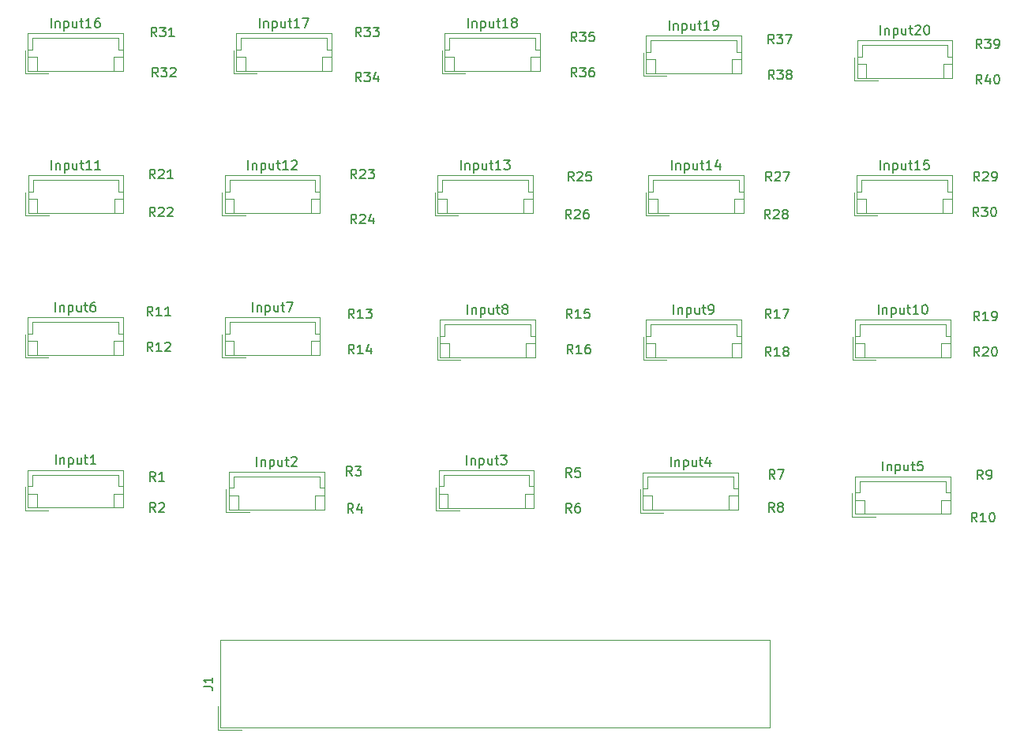
<source format=gbr>
G04 #@! TF.GenerationSoftware,KiCad,Pcbnew,5.1.5+dfsg1-2build2*
G04 #@! TF.CreationDate,2020-12-13T15:53:48+04:00*
G04 #@! TF.ProjectId,raspberryButton1,72617370-6265-4727-9279-427574746f6e,rev?*
G04 #@! TF.SameCoordinates,Original*
G04 #@! TF.FileFunction,Legend,Top*
G04 #@! TF.FilePolarity,Positive*
%FSLAX46Y46*%
G04 Gerber Fmt 4.6, Leading zero omitted, Abs format (unit mm)*
G04 Created by KiCad (PCBNEW 5.1.5+dfsg1-2build2) date 2020-12-13 15:53:48*
%MOMM*%
%LPD*%
G04 APERTURE LIST*
%ADD10C,0.120000*%
%ADD11C,0.150000*%
G04 APERTURE END LIST*
D10*
X104044320Y-94171920D02*
X106544320Y-94171920D01*
X104044320Y-91671920D02*
X104044320Y-94171920D01*
X113564320Y-92371920D02*
X113564320Y-93871920D01*
X114564320Y-92371920D02*
X113564320Y-92371920D01*
X105344320Y-92371920D02*
X105344320Y-93871920D01*
X104344320Y-92371920D02*
X105344320Y-92371920D01*
X114064320Y-91561920D02*
X114564320Y-91561920D01*
X114064320Y-90351920D02*
X114064320Y-91561920D01*
X104844320Y-90351920D02*
X114064320Y-90351920D01*
X104844320Y-91561920D02*
X104844320Y-90351920D01*
X104344320Y-91561920D02*
X104844320Y-91561920D01*
X114564320Y-89851920D02*
X104344320Y-89851920D01*
X114564320Y-93871920D02*
X114564320Y-89851920D01*
X104344320Y-93871920D02*
X114564320Y-93871920D01*
X104344320Y-89851920D02*
X104344320Y-93871920D01*
X125890000Y-90044000D02*
X125890000Y-94064000D01*
X125890000Y-94064000D02*
X136110000Y-94064000D01*
X136110000Y-94064000D02*
X136110000Y-90044000D01*
X136110000Y-90044000D02*
X125890000Y-90044000D01*
X125890000Y-91754000D02*
X126390000Y-91754000D01*
X126390000Y-91754000D02*
X126390000Y-90544000D01*
X126390000Y-90544000D02*
X135610000Y-90544000D01*
X135610000Y-90544000D02*
X135610000Y-91754000D01*
X135610000Y-91754000D02*
X136110000Y-91754000D01*
X125890000Y-92564000D02*
X126890000Y-92564000D01*
X126890000Y-92564000D02*
X126890000Y-94064000D01*
X136110000Y-92564000D02*
X135110000Y-92564000D01*
X135110000Y-92564000D02*
X135110000Y-94064000D01*
X125590000Y-91864000D02*
X125590000Y-94364000D01*
X125590000Y-94364000D02*
X128090000Y-94364000D01*
X148090000Y-94210000D02*
X150590000Y-94210000D01*
X148090000Y-91710000D02*
X148090000Y-94210000D01*
X157610000Y-92410000D02*
X157610000Y-93910000D01*
X158610000Y-92410000D02*
X157610000Y-92410000D01*
X149390000Y-92410000D02*
X149390000Y-93910000D01*
X148390000Y-92410000D02*
X149390000Y-92410000D01*
X158110000Y-91600000D02*
X158610000Y-91600000D01*
X158110000Y-90390000D02*
X158110000Y-91600000D01*
X148890000Y-90390000D02*
X158110000Y-90390000D01*
X148890000Y-91600000D02*
X148890000Y-90390000D01*
X148390000Y-91600000D02*
X148890000Y-91600000D01*
X158610000Y-89890000D02*
X148390000Y-89890000D01*
X158610000Y-93910000D02*
X158610000Y-89890000D01*
X148390000Y-93910000D02*
X158610000Y-93910000D01*
X148390000Y-89890000D02*
X148390000Y-93910000D01*
X170290000Y-90090000D02*
X170290000Y-94110000D01*
X170290000Y-94110000D02*
X180510000Y-94110000D01*
X180510000Y-94110000D02*
X180510000Y-90090000D01*
X180510000Y-90090000D02*
X170290000Y-90090000D01*
X170290000Y-91800000D02*
X170790000Y-91800000D01*
X170790000Y-91800000D02*
X170790000Y-90590000D01*
X170790000Y-90590000D02*
X180010000Y-90590000D01*
X180010000Y-90590000D02*
X180010000Y-91800000D01*
X180010000Y-91800000D02*
X180510000Y-91800000D01*
X170290000Y-92610000D02*
X171290000Y-92610000D01*
X171290000Y-92610000D02*
X171290000Y-94110000D01*
X180510000Y-92610000D02*
X179510000Y-92610000D01*
X179510000Y-92610000D02*
X179510000Y-94110000D01*
X169990000Y-91910000D02*
X169990000Y-94410000D01*
X169990000Y-94410000D02*
X172490000Y-94410000D01*
X192728000Y-94864000D02*
X195228000Y-94864000D01*
X192728000Y-92364000D02*
X192728000Y-94864000D01*
X202248000Y-93064000D02*
X202248000Y-94564000D01*
X203248000Y-93064000D02*
X202248000Y-93064000D01*
X194028000Y-93064000D02*
X194028000Y-94564000D01*
X193028000Y-93064000D02*
X194028000Y-93064000D01*
X202748000Y-92254000D02*
X203248000Y-92254000D01*
X202748000Y-91044000D02*
X202748000Y-92254000D01*
X193528000Y-91044000D02*
X202748000Y-91044000D01*
X193528000Y-92254000D02*
X193528000Y-91044000D01*
X193028000Y-92254000D02*
X193528000Y-92254000D01*
X203248000Y-90544000D02*
X193028000Y-90544000D01*
X203248000Y-94564000D02*
X203248000Y-90544000D01*
X193028000Y-94564000D02*
X203248000Y-94564000D01*
X193028000Y-90544000D02*
X193028000Y-94564000D01*
X104324000Y-73474000D02*
X104324000Y-77494000D01*
X104324000Y-77494000D02*
X114544000Y-77494000D01*
X114544000Y-77494000D02*
X114544000Y-73474000D01*
X114544000Y-73474000D02*
X104324000Y-73474000D01*
X104324000Y-75184000D02*
X104824000Y-75184000D01*
X104824000Y-75184000D02*
X104824000Y-73974000D01*
X104824000Y-73974000D02*
X114044000Y-73974000D01*
X114044000Y-73974000D02*
X114044000Y-75184000D01*
X114044000Y-75184000D02*
X114544000Y-75184000D01*
X104324000Y-75994000D02*
X105324000Y-75994000D01*
X105324000Y-75994000D02*
X105324000Y-77494000D01*
X114544000Y-75994000D02*
X113544000Y-75994000D01*
X113544000Y-75994000D02*
X113544000Y-77494000D01*
X104024000Y-75294000D02*
X104024000Y-77794000D01*
X104024000Y-77794000D02*
X106524000Y-77794000D01*
X125146000Y-77794000D02*
X127646000Y-77794000D01*
X125146000Y-75294000D02*
X125146000Y-77794000D01*
X134666000Y-75994000D02*
X134666000Y-77494000D01*
X135666000Y-75994000D02*
X134666000Y-75994000D01*
X126446000Y-75994000D02*
X126446000Y-77494000D01*
X125446000Y-75994000D02*
X126446000Y-75994000D01*
X135166000Y-75184000D02*
X135666000Y-75184000D01*
X135166000Y-73974000D02*
X135166000Y-75184000D01*
X125946000Y-73974000D02*
X135166000Y-73974000D01*
X125946000Y-75184000D02*
X125946000Y-73974000D01*
X125446000Y-75184000D02*
X125946000Y-75184000D01*
X135666000Y-73474000D02*
X125446000Y-73474000D01*
X135666000Y-77494000D02*
X135666000Y-73474000D01*
X125446000Y-77494000D02*
X135666000Y-77494000D01*
X125446000Y-73474000D02*
X125446000Y-77494000D01*
X148520000Y-73728000D02*
X148520000Y-77748000D01*
X148520000Y-77748000D02*
X158740000Y-77748000D01*
X158740000Y-77748000D02*
X158740000Y-73728000D01*
X158740000Y-73728000D02*
X148520000Y-73728000D01*
X148520000Y-75438000D02*
X149020000Y-75438000D01*
X149020000Y-75438000D02*
X149020000Y-74228000D01*
X149020000Y-74228000D02*
X158240000Y-74228000D01*
X158240000Y-74228000D02*
X158240000Y-75438000D01*
X158240000Y-75438000D02*
X158740000Y-75438000D01*
X148520000Y-76248000D02*
X149520000Y-76248000D01*
X149520000Y-76248000D02*
X149520000Y-77748000D01*
X158740000Y-76248000D02*
X157740000Y-76248000D01*
X157740000Y-76248000D02*
X157740000Y-77748000D01*
X148220000Y-75548000D02*
X148220000Y-78048000D01*
X148220000Y-78048000D02*
X150720000Y-78048000D01*
X170318000Y-78048000D02*
X172818000Y-78048000D01*
X170318000Y-75548000D02*
X170318000Y-78048000D01*
X179838000Y-76248000D02*
X179838000Y-77748000D01*
X180838000Y-76248000D02*
X179838000Y-76248000D01*
X171618000Y-76248000D02*
X171618000Y-77748000D01*
X170618000Y-76248000D02*
X171618000Y-76248000D01*
X180338000Y-75438000D02*
X180838000Y-75438000D01*
X180338000Y-74228000D02*
X180338000Y-75438000D01*
X171118000Y-74228000D02*
X180338000Y-74228000D01*
X171118000Y-75438000D02*
X171118000Y-74228000D01*
X170618000Y-75438000D02*
X171118000Y-75438000D01*
X180838000Y-73728000D02*
X170618000Y-73728000D01*
X180838000Y-77748000D02*
X180838000Y-73728000D01*
X170618000Y-77748000D02*
X180838000Y-77748000D01*
X170618000Y-73728000D02*
X170618000Y-77748000D01*
X193050000Y-73728000D02*
X193050000Y-77748000D01*
X193050000Y-77748000D02*
X203270000Y-77748000D01*
X203270000Y-77748000D02*
X203270000Y-73728000D01*
X203270000Y-73728000D02*
X193050000Y-73728000D01*
X193050000Y-75438000D02*
X193550000Y-75438000D01*
X193550000Y-75438000D02*
X193550000Y-74228000D01*
X193550000Y-74228000D02*
X202770000Y-74228000D01*
X202770000Y-74228000D02*
X202770000Y-75438000D01*
X202770000Y-75438000D02*
X203270000Y-75438000D01*
X193050000Y-76248000D02*
X194050000Y-76248000D01*
X194050000Y-76248000D02*
X194050000Y-77748000D01*
X203270000Y-76248000D02*
X202270000Y-76248000D01*
X202270000Y-76248000D02*
X202270000Y-77748000D01*
X192750000Y-75548000D02*
X192750000Y-78048000D01*
X192750000Y-78048000D02*
X195250000Y-78048000D01*
X104064000Y-62554000D02*
X106564000Y-62554000D01*
X104064000Y-60054000D02*
X104064000Y-62554000D01*
X113584000Y-60754000D02*
X113584000Y-62254000D01*
X114584000Y-60754000D02*
X113584000Y-60754000D01*
X105364000Y-60754000D02*
X105364000Y-62254000D01*
X104364000Y-60754000D02*
X105364000Y-60754000D01*
X114084000Y-59944000D02*
X114584000Y-59944000D01*
X114084000Y-58734000D02*
X114084000Y-59944000D01*
X104864000Y-58734000D02*
X114084000Y-58734000D01*
X104864000Y-59944000D02*
X104864000Y-58734000D01*
X104364000Y-59944000D02*
X104864000Y-59944000D01*
X114584000Y-58234000D02*
X104364000Y-58234000D01*
X114584000Y-62254000D02*
X114584000Y-58234000D01*
X104364000Y-62254000D02*
X114584000Y-62254000D01*
X104364000Y-58234000D02*
X104364000Y-62254000D01*
X125446000Y-58234000D02*
X125446000Y-62254000D01*
X125446000Y-62254000D02*
X135666000Y-62254000D01*
X135666000Y-62254000D02*
X135666000Y-58234000D01*
X135666000Y-58234000D02*
X125446000Y-58234000D01*
X125446000Y-59944000D02*
X125946000Y-59944000D01*
X125946000Y-59944000D02*
X125946000Y-58734000D01*
X125946000Y-58734000D02*
X135166000Y-58734000D01*
X135166000Y-58734000D02*
X135166000Y-59944000D01*
X135166000Y-59944000D02*
X135666000Y-59944000D01*
X125446000Y-60754000D02*
X126446000Y-60754000D01*
X126446000Y-60754000D02*
X126446000Y-62254000D01*
X135666000Y-60754000D02*
X134666000Y-60754000D01*
X134666000Y-60754000D02*
X134666000Y-62254000D01*
X125146000Y-60054000D02*
X125146000Y-62554000D01*
X125146000Y-62554000D02*
X127646000Y-62554000D01*
X148266000Y-58234000D02*
X148266000Y-62254000D01*
X148266000Y-62254000D02*
X158486000Y-62254000D01*
X158486000Y-62254000D02*
X158486000Y-58234000D01*
X158486000Y-58234000D02*
X148266000Y-58234000D01*
X148266000Y-59944000D02*
X148766000Y-59944000D01*
X148766000Y-59944000D02*
X148766000Y-58734000D01*
X148766000Y-58734000D02*
X157986000Y-58734000D01*
X157986000Y-58734000D02*
X157986000Y-59944000D01*
X157986000Y-59944000D02*
X158486000Y-59944000D01*
X148266000Y-60754000D02*
X149266000Y-60754000D01*
X149266000Y-60754000D02*
X149266000Y-62254000D01*
X158486000Y-60754000D02*
X157486000Y-60754000D01*
X157486000Y-60754000D02*
X157486000Y-62254000D01*
X147966000Y-60054000D02*
X147966000Y-62554000D01*
X147966000Y-62554000D02*
X150466000Y-62554000D01*
X170572000Y-62554000D02*
X173072000Y-62554000D01*
X170572000Y-60054000D02*
X170572000Y-62554000D01*
X180092000Y-60754000D02*
X180092000Y-62254000D01*
X181092000Y-60754000D02*
X180092000Y-60754000D01*
X171872000Y-60754000D02*
X171872000Y-62254000D01*
X170872000Y-60754000D02*
X171872000Y-60754000D01*
X180592000Y-59944000D02*
X181092000Y-59944000D01*
X180592000Y-58734000D02*
X180592000Y-59944000D01*
X171372000Y-58734000D02*
X180592000Y-58734000D01*
X171372000Y-59944000D02*
X171372000Y-58734000D01*
X170872000Y-59944000D02*
X171372000Y-59944000D01*
X181092000Y-58234000D02*
X170872000Y-58234000D01*
X181092000Y-62254000D02*
X181092000Y-58234000D01*
X170872000Y-62254000D02*
X181092000Y-62254000D01*
X170872000Y-58234000D02*
X170872000Y-62254000D01*
X193224000Y-58234000D02*
X193224000Y-62254000D01*
X193224000Y-62254000D02*
X203444000Y-62254000D01*
X203444000Y-62254000D02*
X203444000Y-58234000D01*
X203444000Y-58234000D02*
X193224000Y-58234000D01*
X193224000Y-59944000D02*
X193724000Y-59944000D01*
X193724000Y-59944000D02*
X193724000Y-58734000D01*
X193724000Y-58734000D02*
X202944000Y-58734000D01*
X202944000Y-58734000D02*
X202944000Y-59944000D01*
X202944000Y-59944000D02*
X203444000Y-59944000D01*
X193224000Y-60754000D02*
X194224000Y-60754000D01*
X194224000Y-60754000D02*
X194224000Y-62254000D01*
X203444000Y-60754000D02*
X202444000Y-60754000D01*
X202444000Y-60754000D02*
X202444000Y-62254000D01*
X192924000Y-60054000D02*
X192924000Y-62554000D01*
X192924000Y-62554000D02*
X195424000Y-62554000D01*
X104024000Y-47314000D02*
X106524000Y-47314000D01*
X104024000Y-44814000D02*
X104024000Y-47314000D01*
X113544000Y-45514000D02*
X113544000Y-47014000D01*
X114544000Y-45514000D02*
X113544000Y-45514000D01*
X105324000Y-45514000D02*
X105324000Y-47014000D01*
X104324000Y-45514000D02*
X105324000Y-45514000D01*
X114044000Y-44704000D02*
X114544000Y-44704000D01*
X114044000Y-43494000D02*
X114044000Y-44704000D01*
X104824000Y-43494000D02*
X114044000Y-43494000D01*
X104824000Y-44704000D02*
X104824000Y-43494000D01*
X104324000Y-44704000D02*
X104824000Y-44704000D01*
X114544000Y-42994000D02*
X104324000Y-42994000D01*
X114544000Y-47014000D02*
X114544000Y-42994000D01*
X104324000Y-47014000D02*
X114544000Y-47014000D01*
X104324000Y-42994000D02*
X104324000Y-47014000D01*
X126376000Y-47314000D02*
X128876000Y-47314000D01*
X126376000Y-44814000D02*
X126376000Y-47314000D01*
X135896000Y-45514000D02*
X135896000Y-47014000D01*
X136896000Y-45514000D02*
X135896000Y-45514000D01*
X127676000Y-45514000D02*
X127676000Y-47014000D01*
X126676000Y-45514000D02*
X127676000Y-45514000D01*
X136396000Y-44704000D02*
X136896000Y-44704000D01*
X136396000Y-43494000D02*
X136396000Y-44704000D01*
X127176000Y-43494000D02*
X136396000Y-43494000D01*
X127176000Y-44704000D02*
X127176000Y-43494000D01*
X126676000Y-44704000D02*
X127176000Y-44704000D01*
X136896000Y-42994000D02*
X126676000Y-42994000D01*
X136896000Y-47014000D02*
X136896000Y-42994000D01*
X126676000Y-47014000D02*
X136896000Y-47014000D01*
X126676000Y-42994000D02*
X126676000Y-47014000D01*
X149028000Y-42994000D02*
X149028000Y-47014000D01*
X149028000Y-47014000D02*
X159248000Y-47014000D01*
X159248000Y-47014000D02*
X159248000Y-42994000D01*
X159248000Y-42994000D02*
X149028000Y-42994000D01*
X149028000Y-44704000D02*
X149528000Y-44704000D01*
X149528000Y-44704000D02*
X149528000Y-43494000D01*
X149528000Y-43494000D02*
X158748000Y-43494000D01*
X158748000Y-43494000D02*
X158748000Y-44704000D01*
X158748000Y-44704000D02*
X159248000Y-44704000D01*
X149028000Y-45514000D02*
X150028000Y-45514000D01*
X150028000Y-45514000D02*
X150028000Y-47014000D01*
X159248000Y-45514000D02*
X158248000Y-45514000D01*
X158248000Y-45514000D02*
X158248000Y-47014000D01*
X148728000Y-44814000D02*
X148728000Y-47314000D01*
X148728000Y-47314000D02*
X151228000Y-47314000D01*
X170618000Y-43248000D02*
X170618000Y-47268000D01*
X170618000Y-47268000D02*
X180838000Y-47268000D01*
X180838000Y-47268000D02*
X180838000Y-43248000D01*
X180838000Y-43248000D02*
X170618000Y-43248000D01*
X170618000Y-44958000D02*
X171118000Y-44958000D01*
X171118000Y-44958000D02*
X171118000Y-43748000D01*
X171118000Y-43748000D02*
X180338000Y-43748000D01*
X180338000Y-43748000D02*
X180338000Y-44958000D01*
X180338000Y-44958000D02*
X180838000Y-44958000D01*
X170618000Y-45768000D02*
X171618000Y-45768000D01*
X171618000Y-45768000D02*
X171618000Y-47268000D01*
X180838000Y-45768000D02*
X179838000Y-45768000D01*
X179838000Y-45768000D02*
X179838000Y-47268000D01*
X170318000Y-45068000D02*
X170318000Y-47568000D01*
X170318000Y-47568000D02*
X172818000Y-47568000D01*
X192964000Y-48076000D02*
X195464000Y-48076000D01*
X192964000Y-45576000D02*
X192964000Y-48076000D01*
X202484000Y-46276000D02*
X202484000Y-47776000D01*
X203484000Y-46276000D02*
X202484000Y-46276000D01*
X194264000Y-46276000D02*
X194264000Y-47776000D01*
X193264000Y-46276000D02*
X194264000Y-46276000D01*
X202984000Y-45466000D02*
X203484000Y-45466000D01*
X202984000Y-44256000D02*
X202984000Y-45466000D01*
X193764000Y-44256000D02*
X202984000Y-44256000D01*
X193764000Y-45466000D02*
X193764000Y-44256000D01*
X193264000Y-45466000D02*
X193764000Y-45466000D01*
X203484000Y-43756000D02*
X193264000Y-43756000D01*
X203484000Y-47776000D02*
X203484000Y-43756000D01*
X193264000Y-47776000D02*
X203484000Y-47776000D01*
X193264000Y-43756000D02*
X193264000Y-47776000D01*
X124952000Y-108101000D02*
X183912000Y-108101000D01*
X183912000Y-108101000D02*
X183912000Y-117451000D01*
X183912000Y-117451000D02*
X124952000Y-117451000D01*
X124952000Y-117451000D02*
X124952000Y-108101000D01*
X124702000Y-117701000D02*
X127242000Y-117701000D01*
X124702000Y-117701000D02*
X124702000Y-115161000D01*
D11*
X107335272Y-89214300D02*
X107335272Y-88214300D01*
X107811462Y-88547634D02*
X107811462Y-89214300D01*
X107811462Y-88642872D02*
X107859081Y-88595253D01*
X107954320Y-88547634D01*
X108097177Y-88547634D01*
X108192415Y-88595253D01*
X108240034Y-88690491D01*
X108240034Y-89214300D01*
X108716224Y-88547634D02*
X108716224Y-89547634D01*
X108716224Y-88595253D02*
X108811462Y-88547634D01*
X109001939Y-88547634D01*
X109097177Y-88595253D01*
X109144796Y-88642872D01*
X109192415Y-88738110D01*
X109192415Y-89023824D01*
X109144796Y-89119062D01*
X109097177Y-89166681D01*
X109001939Y-89214300D01*
X108811462Y-89214300D01*
X108716224Y-89166681D01*
X110049558Y-88547634D02*
X110049558Y-89214300D01*
X109620986Y-88547634D02*
X109620986Y-89071443D01*
X109668605Y-89166681D01*
X109763843Y-89214300D01*
X109906700Y-89214300D01*
X110001939Y-89166681D01*
X110049558Y-89119062D01*
X110382891Y-88547634D02*
X110763843Y-88547634D01*
X110525748Y-88214300D02*
X110525748Y-89071443D01*
X110573367Y-89166681D01*
X110668605Y-89214300D01*
X110763843Y-89214300D01*
X111620986Y-89214300D02*
X111049558Y-89214300D01*
X111335272Y-89214300D02*
X111335272Y-88214300D01*
X111240034Y-88357158D01*
X111144796Y-88452396D01*
X111049558Y-88500015D01*
X128880952Y-89406380D02*
X128880952Y-88406380D01*
X129357142Y-88739714D02*
X129357142Y-89406380D01*
X129357142Y-88834952D02*
X129404761Y-88787333D01*
X129500000Y-88739714D01*
X129642857Y-88739714D01*
X129738095Y-88787333D01*
X129785714Y-88882571D01*
X129785714Y-89406380D01*
X130261904Y-88739714D02*
X130261904Y-89739714D01*
X130261904Y-88787333D02*
X130357142Y-88739714D01*
X130547619Y-88739714D01*
X130642857Y-88787333D01*
X130690476Y-88834952D01*
X130738095Y-88930190D01*
X130738095Y-89215904D01*
X130690476Y-89311142D01*
X130642857Y-89358761D01*
X130547619Y-89406380D01*
X130357142Y-89406380D01*
X130261904Y-89358761D01*
X131595238Y-88739714D02*
X131595238Y-89406380D01*
X131166666Y-88739714D02*
X131166666Y-89263523D01*
X131214285Y-89358761D01*
X131309523Y-89406380D01*
X131452380Y-89406380D01*
X131547619Y-89358761D01*
X131595238Y-89311142D01*
X131928571Y-88739714D02*
X132309523Y-88739714D01*
X132071428Y-88406380D02*
X132071428Y-89263523D01*
X132119047Y-89358761D01*
X132214285Y-89406380D01*
X132309523Y-89406380D01*
X132595238Y-88501619D02*
X132642857Y-88454000D01*
X132738095Y-88406380D01*
X132976190Y-88406380D01*
X133071428Y-88454000D01*
X133119047Y-88501619D01*
X133166666Y-88596857D01*
X133166666Y-88692095D01*
X133119047Y-88834952D01*
X132547619Y-89406380D01*
X133166666Y-89406380D01*
X151380952Y-89252380D02*
X151380952Y-88252380D01*
X151857142Y-88585714D02*
X151857142Y-89252380D01*
X151857142Y-88680952D02*
X151904761Y-88633333D01*
X152000000Y-88585714D01*
X152142857Y-88585714D01*
X152238095Y-88633333D01*
X152285714Y-88728571D01*
X152285714Y-89252380D01*
X152761904Y-88585714D02*
X152761904Y-89585714D01*
X152761904Y-88633333D02*
X152857142Y-88585714D01*
X153047619Y-88585714D01*
X153142857Y-88633333D01*
X153190476Y-88680952D01*
X153238095Y-88776190D01*
X153238095Y-89061904D01*
X153190476Y-89157142D01*
X153142857Y-89204761D01*
X153047619Y-89252380D01*
X152857142Y-89252380D01*
X152761904Y-89204761D01*
X154095238Y-88585714D02*
X154095238Y-89252380D01*
X153666666Y-88585714D02*
X153666666Y-89109523D01*
X153714285Y-89204761D01*
X153809523Y-89252380D01*
X153952380Y-89252380D01*
X154047619Y-89204761D01*
X154095238Y-89157142D01*
X154428571Y-88585714D02*
X154809523Y-88585714D01*
X154571428Y-88252380D02*
X154571428Y-89109523D01*
X154619047Y-89204761D01*
X154714285Y-89252380D01*
X154809523Y-89252380D01*
X155047619Y-88252380D02*
X155666666Y-88252380D01*
X155333333Y-88633333D01*
X155476190Y-88633333D01*
X155571428Y-88680952D01*
X155619047Y-88728571D01*
X155666666Y-88823809D01*
X155666666Y-89061904D01*
X155619047Y-89157142D01*
X155571428Y-89204761D01*
X155476190Y-89252380D01*
X155190476Y-89252380D01*
X155095238Y-89204761D01*
X155047619Y-89157142D01*
X173280952Y-89452380D02*
X173280952Y-88452380D01*
X173757142Y-88785714D02*
X173757142Y-89452380D01*
X173757142Y-88880952D02*
X173804761Y-88833333D01*
X173900000Y-88785714D01*
X174042857Y-88785714D01*
X174138095Y-88833333D01*
X174185714Y-88928571D01*
X174185714Y-89452380D01*
X174661904Y-88785714D02*
X174661904Y-89785714D01*
X174661904Y-88833333D02*
X174757142Y-88785714D01*
X174947619Y-88785714D01*
X175042857Y-88833333D01*
X175090476Y-88880952D01*
X175138095Y-88976190D01*
X175138095Y-89261904D01*
X175090476Y-89357142D01*
X175042857Y-89404761D01*
X174947619Y-89452380D01*
X174757142Y-89452380D01*
X174661904Y-89404761D01*
X175995238Y-88785714D02*
X175995238Y-89452380D01*
X175566666Y-88785714D02*
X175566666Y-89309523D01*
X175614285Y-89404761D01*
X175709523Y-89452380D01*
X175852380Y-89452380D01*
X175947619Y-89404761D01*
X175995238Y-89357142D01*
X176328571Y-88785714D02*
X176709523Y-88785714D01*
X176471428Y-88452380D02*
X176471428Y-89309523D01*
X176519047Y-89404761D01*
X176614285Y-89452380D01*
X176709523Y-89452380D01*
X177471428Y-88785714D02*
X177471428Y-89452380D01*
X177233333Y-88404761D02*
X176995238Y-89119047D01*
X177614285Y-89119047D01*
X196018952Y-89906380D02*
X196018952Y-88906380D01*
X196495142Y-89239714D02*
X196495142Y-89906380D01*
X196495142Y-89334952D02*
X196542761Y-89287333D01*
X196638000Y-89239714D01*
X196780857Y-89239714D01*
X196876095Y-89287333D01*
X196923714Y-89382571D01*
X196923714Y-89906380D01*
X197399904Y-89239714D02*
X197399904Y-90239714D01*
X197399904Y-89287333D02*
X197495142Y-89239714D01*
X197685619Y-89239714D01*
X197780857Y-89287333D01*
X197828476Y-89334952D01*
X197876095Y-89430190D01*
X197876095Y-89715904D01*
X197828476Y-89811142D01*
X197780857Y-89858761D01*
X197685619Y-89906380D01*
X197495142Y-89906380D01*
X197399904Y-89858761D01*
X198733238Y-89239714D02*
X198733238Y-89906380D01*
X198304666Y-89239714D02*
X198304666Y-89763523D01*
X198352285Y-89858761D01*
X198447523Y-89906380D01*
X198590380Y-89906380D01*
X198685619Y-89858761D01*
X198733238Y-89811142D01*
X199066571Y-89239714D02*
X199447523Y-89239714D01*
X199209428Y-88906380D02*
X199209428Y-89763523D01*
X199257047Y-89858761D01*
X199352285Y-89906380D01*
X199447523Y-89906380D01*
X200257047Y-88906380D02*
X199780857Y-88906380D01*
X199733238Y-89382571D01*
X199780857Y-89334952D01*
X199876095Y-89287333D01*
X200114190Y-89287333D01*
X200209428Y-89334952D01*
X200257047Y-89382571D01*
X200304666Y-89477809D01*
X200304666Y-89715904D01*
X200257047Y-89811142D01*
X200209428Y-89858761D01*
X200114190Y-89906380D01*
X199876095Y-89906380D01*
X199780857Y-89858761D01*
X199733238Y-89811142D01*
X107314952Y-72836380D02*
X107314952Y-71836380D01*
X107791142Y-72169714D02*
X107791142Y-72836380D01*
X107791142Y-72264952D02*
X107838761Y-72217333D01*
X107934000Y-72169714D01*
X108076857Y-72169714D01*
X108172095Y-72217333D01*
X108219714Y-72312571D01*
X108219714Y-72836380D01*
X108695904Y-72169714D02*
X108695904Y-73169714D01*
X108695904Y-72217333D02*
X108791142Y-72169714D01*
X108981619Y-72169714D01*
X109076857Y-72217333D01*
X109124476Y-72264952D01*
X109172095Y-72360190D01*
X109172095Y-72645904D01*
X109124476Y-72741142D01*
X109076857Y-72788761D01*
X108981619Y-72836380D01*
X108791142Y-72836380D01*
X108695904Y-72788761D01*
X110029238Y-72169714D02*
X110029238Y-72836380D01*
X109600666Y-72169714D02*
X109600666Y-72693523D01*
X109648285Y-72788761D01*
X109743523Y-72836380D01*
X109886380Y-72836380D01*
X109981619Y-72788761D01*
X110029238Y-72741142D01*
X110362571Y-72169714D02*
X110743523Y-72169714D01*
X110505428Y-71836380D02*
X110505428Y-72693523D01*
X110553047Y-72788761D01*
X110648285Y-72836380D01*
X110743523Y-72836380D01*
X111505428Y-71836380D02*
X111314952Y-71836380D01*
X111219714Y-71884000D01*
X111172095Y-71931619D01*
X111076857Y-72074476D01*
X111029238Y-72264952D01*
X111029238Y-72645904D01*
X111076857Y-72741142D01*
X111124476Y-72788761D01*
X111219714Y-72836380D01*
X111410190Y-72836380D01*
X111505428Y-72788761D01*
X111553047Y-72741142D01*
X111600666Y-72645904D01*
X111600666Y-72407809D01*
X111553047Y-72312571D01*
X111505428Y-72264952D01*
X111410190Y-72217333D01*
X111219714Y-72217333D01*
X111124476Y-72264952D01*
X111076857Y-72312571D01*
X111029238Y-72407809D01*
X128436952Y-72836380D02*
X128436952Y-71836380D01*
X128913142Y-72169714D02*
X128913142Y-72836380D01*
X128913142Y-72264952D02*
X128960761Y-72217333D01*
X129056000Y-72169714D01*
X129198857Y-72169714D01*
X129294095Y-72217333D01*
X129341714Y-72312571D01*
X129341714Y-72836380D01*
X129817904Y-72169714D02*
X129817904Y-73169714D01*
X129817904Y-72217333D02*
X129913142Y-72169714D01*
X130103619Y-72169714D01*
X130198857Y-72217333D01*
X130246476Y-72264952D01*
X130294095Y-72360190D01*
X130294095Y-72645904D01*
X130246476Y-72741142D01*
X130198857Y-72788761D01*
X130103619Y-72836380D01*
X129913142Y-72836380D01*
X129817904Y-72788761D01*
X131151238Y-72169714D02*
X131151238Y-72836380D01*
X130722666Y-72169714D02*
X130722666Y-72693523D01*
X130770285Y-72788761D01*
X130865523Y-72836380D01*
X131008380Y-72836380D01*
X131103619Y-72788761D01*
X131151238Y-72741142D01*
X131484571Y-72169714D02*
X131865523Y-72169714D01*
X131627428Y-71836380D02*
X131627428Y-72693523D01*
X131675047Y-72788761D01*
X131770285Y-72836380D01*
X131865523Y-72836380D01*
X132103619Y-71836380D02*
X132770285Y-71836380D01*
X132341714Y-72836380D01*
X151510952Y-73090380D02*
X151510952Y-72090380D01*
X151987142Y-72423714D02*
X151987142Y-73090380D01*
X151987142Y-72518952D02*
X152034761Y-72471333D01*
X152130000Y-72423714D01*
X152272857Y-72423714D01*
X152368095Y-72471333D01*
X152415714Y-72566571D01*
X152415714Y-73090380D01*
X152891904Y-72423714D02*
X152891904Y-73423714D01*
X152891904Y-72471333D02*
X152987142Y-72423714D01*
X153177619Y-72423714D01*
X153272857Y-72471333D01*
X153320476Y-72518952D01*
X153368095Y-72614190D01*
X153368095Y-72899904D01*
X153320476Y-72995142D01*
X153272857Y-73042761D01*
X153177619Y-73090380D01*
X152987142Y-73090380D01*
X152891904Y-73042761D01*
X154225238Y-72423714D02*
X154225238Y-73090380D01*
X153796666Y-72423714D02*
X153796666Y-72947523D01*
X153844285Y-73042761D01*
X153939523Y-73090380D01*
X154082380Y-73090380D01*
X154177619Y-73042761D01*
X154225238Y-72995142D01*
X154558571Y-72423714D02*
X154939523Y-72423714D01*
X154701428Y-72090380D02*
X154701428Y-72947523D01*
X154749047Y-73042761D01*
X154844285Y-73090380D01*
X154939523Y-73090380D01*
X155415714Y-72518952D02*
X155320476Y-72471333D01*
X155272857Y-72423714D01*
X155225238Y-72328476D01*
X155225238Y-72280857D01*
X155272857Y-72185619D01*
X155320476Y-72138000D01*
X155415714Y-72090380D01*
X155606190Y-72090380D01*
X155701428Y-72138000D01*
X155749047Y-72185619D01*
X155796666Y-72280857D01*
X155796666Y-72328476D01*
X155749047Y-72423714D01*
X155701428Y-72471333D01*
X155606190Y-72518952D01*
X155415714Y-72518952D01*
X155320476Y-72566571D01*
X155272857Y-72614190D01*
X155225238Y-72709428D01*
X155225238Y-72899904D01*
X155272857Y-72995142D01*
X155320476Y-73042761D01*
X155415714Y-73090380D01*
X155606190Y-73090380D01*
X155701428Y-73042761D01*
X155749047Y-72995142D01*
X155796666Y-72899904D01*
X155796666Y-72709428D01*
X155749047Y-72614190D01*
X155701428Y-72566571D01*
X155606190Y-72518952D01*
X173608952Y-73090380D02*
X173608952Y-72090380D01*
X174085142Y-72423714D02*
X174085142Y-73090380D01*
X174085142Y-72518952D02*
X174132761Y-72471333D01*
X174228000Y-72423714D01*
X174370857Y-72423714D01*
X174466095Y-72471333D01*
X174513714Y-72566571D01*
X174513714Y-73090380D01*
X174989904Y-72423714D02*
X174989904Y-73423714D01*
X174989904Y-72471333D02*
X175085142Y-72423714D01*
X175275619Y-72423714D01*
X175370857Y-72471333D01*
X175418476Y-72518952D01*
X175466095Y-72614190D01*
X175466095Y-72899904D01*
X175418476Y-72995142D01*
X175370857Y-73042761D01*
X175275619Y-73090380D01*
X175085142Y-73090380D01*
X174989904Y-73042761D01*
X176323238Y-72423714D02*
X176323238Y-73090380D01*
X175894666Y-72423714D02*
X175894666Y-72947523D01*
X175942285Y-73042761D01*
X176037523Y-73090380D01*
X176180380Y-73090380D01*
X176275619Y-73042761D01*
X176323238Y-72995142D01*
X176656571Y-72423714D02*
X177037523Y-72423714D01*
X176799428Y-72090380D02*
X176799428Y-72947523D01*
X176847047Y-73042761D01*
X176942285Y-73090380D01*
X177037523Y-73090380D01*
X177418476Y-73090380D02*
X177608952Y-73090380D01*
X177704190Y-73042761D01*
X177751809Y-72995142D01*
X177847047Y-72852285D01*
X177894666Y-72661809D01*
X177894666Y-72280857D01*
X177847047Y-72185619D01*
X177799428Y-72138000D01*
X177704190Y-72090380D01*
X177513714Y-72090380D01*
X177418476Y-72138000D01*
X177370857Y-72185619D01*
X177323238Y-72280857D01*
X177323238Y-72518952D01*
X177370857Y-72614190D01*
X177418476Y-72661809D01*
X177513714Y-72709428D01*
X177704190Y-72709428D01*
X177799428Y-72661809D01*
X177847047Y-72614190D01*
X177894666Y-72518952D01*
X195564761Y-73090380D02*
X195564761Y-72090380D01*
X196040952Y-72423714D02*
X196040952Y-73090380D01*
X196040952Y-72518952D02*
X196088571Y-72471333D01*
X196183809Y-72423714D01*
X196326666Y-72423714D01*
X196421904Y-72471333D01*
X196469523Y-72566571D01*
X196469523Y-73090380D01*
X196945714Y-72423714D02*
X196945714Y-73423714D01*
X196945714Y-72471333D02*
X197040952Y-72423714D01*
X197231428Y-72423714D01*
X197326666Y-72471333D01*
X197374285Y-72518952D01*
X197421904Y-72614190D01*
X197421904Y-72899904D01*
X197374285Y-72995142D01*
X197326666Y-73042761D01*
X197231428Y-73090380D01*
X197040952Y-73090380D01*
X196945714Y-73042761D01*
X198279047Y-72423714D02*
X198279047Y-73090380D01*
X197850476Y-72423714D02*
X197850476Y-72947523D01*
X197898095Y-73042761D01*
X197993333Y-73090380D01*
X198136190Y-73090380D01*
X198231428Y-73042761D01*
X198279047Y-72995142D01*
X198612380Y-72423714D02*
X198993333Y-72423714D01*
X198755238Y-72090380D02*
X198755238Y-72947523D01*
X198802857Y-73042761D01*
X198898095Y-73090380D01*
X198993333Y-73090380D01*
X199850476Y-73090380D02*
X199279047Y-73090380D01*
X199564761Y-73090380D02*
X199564761Y-72090380D01*
X199469523Y-72233238D01*
X199374285Y-72328476D01*
X199279047Y-72376095D01*
X200469523Y-72090380D02*
X200564761Y-72090380D01*
X200660000Y-72138000D01*
X200707619Y-72185619D01*
X200755238Y-72280857D01*
X200802857Y-72471333D01*
X200802857Y-72709428D01*
X200755238Y-72899904D01*
X200707619Y-72995142D01*
X200660000Y-73042761D01*
X200564761Y-73090380D01*
X200469523Y-73090380D01*
X200374285Y-73042761D01*
X200326666Y-72995142D01*
X200279047Y-72899904D01*
X200231428Y-72709428D01*
X200231428Y-72471333D01*
X200279047Y-72280857D01*
X200326666Y-72185619D01*
X200374285Y-72138000D01*
X200469523Y-72090380D01*
X106878761Y-57596380D02*
X106878761Y-56596380D01*
X107354952Y-56929714D02*
X107354952Y-57596380D01*
X107354952Y-57024952D02*
X107402571Y-56977333D01*
X107497809Y-56929714D01*
X107640666Y-56929714D01*
X107735904Y-56977333D01*
X107783523Y-57072571D01*
X107783523Y-57596380D01*
X108259714Y-56929714D02*
X108259714Y-57929714D01*
X108259714Y-56977333D02*
X108354952Y-56929714D01*
X108545428Y-56929714D01*
X108640666Y-56977333D01*
X108688285Y-57024952D01*
X108735904Y-57120190D01*
X108735904Y-57405904D01*
X108688285Y-57501142D01*
X108640666Y-57548761D01*
X108545428Y-57596380D01*
X108354952Y-57596380D01*
X108259714Y-57548761D01*
X109593047Y-56929714D02*
X109593047Y-57596380D01*
X109164476Y-56929714D02*
X109164476Y-57453523D01*
X109212095Y-57548761D01*
X109307333Y-57596380D01*
X109450190Y-57596380D01*
X109545428Y-57548761D01*
X109593047Y-57501142D01*
X109926380Y-56929714D02*
X110307333Y-56929714D01*
X110069238Y-56596380D02*
X110069238Y-57453523D01*
X110116857Y-57548761D01*
X110212095Y-57596380D01*
X110307333Y-57596380D01*
X111164476Y-57596380D02*
X110593047Y-57596380D01*
X110878761Y-57596380D02*
X110878761Y-56596380D01*
X110783523Y-56739238D01*
X110688285Y-56834476D01*
X110593047Y-56882095D01*
X112116857Y-57596380D02*
X111545428Y-57596380D01*
X111831142Y-57596380D02*
X111831142Y-56596380D01*
X111735904Y-56739238D01*
X111640666Y-56834476D01*
X111545428Y-56882095D01*
X127960761Y-57596380D02*
X127960761Y-56596380D01*
X128436952Y-56929714D02*
X128436952Y-57596380D01*
X128436952Y-57024952D02*
X128484571Y-56977333D01*
X128579809Y-56929714D01*
X128722666Y-56929714D01*
X128817904Y-56977333D01*
X128865523Y-57072571D01*
X128865523Y-57596380D01*
X129341714Y-56929714D02*
X129341714Y-57929714D01*
X129341714Y-56977333D02*
X129436952Y-56929714D01*
X129627428Y-56929714D01*
X129722666Y-56977333D01*
X129770285Y-57024952D01*
X129817904Y-57120190D01*
X129817904Y-57405904D01*
X129770285Y-57501142D01*
X129722666Y-57548761D01*
X129627428Y-57596380D01*
X129436952Y-57596380D01*
X129341714Y-57548761D01*
X130675047Y-56929714D02*
X130675047Y-57596380D01*
X130246476Y-56929714D02*
X130246476Y-57453523D01*
X130294095Y-57548761D01*
X130389333Y-57596380D01*
X130532190Y-57596380D01*
X130627428Y-57548761D01*
X130675047Y-57501142D01*
X131008380Y-56929714D02*
X131389333Y-56929714D01*
X131151238Y-56596380D02*
X131151238Y-57453523D01*
X131198857Y-57548761D01*
X131294095Y-57596380D01*
X131389333Y-57596380D01*
X132246476Y-57596380D02*
X131675047Y-57596380D01*
X131960761Y-57596380D02*
X131960761Y-56596380D01*
X131865523Y-56739238D01*
X131770285Y-56834476D01*
X131675047Y-56882095D01*
X132627428Y-56691619D02*
X132675047Y-56644000D01*
X132770285Y-56596380D01*
X133008380Y-56596380D01*
X133103619Y-56644000D01*
X133151238Y-56691619D01*
X133198857Y-56786857D01*
X133198857Y-56882095D01*
X133151238Y-57024952D01*
X132579809Y-57596380D01*
X133198857Y-57596380D01*
X150780761Y-57596380D02*
X150780761Y-56596380D01*
X151256952Y-56929714D02*
X151256952Y-57596380D01*
X151256952Y-57024952D02*
X151304571Y-56977333D01*
X151399809Y-56929714D01*
X151542666Y-56929714D01*
X151637904Y-56977333D01*
X151685523Y-57072571D01*
X151685523Y-57596380D01*
X152161714Y-56929714D02*
X152161714Y-57929714D01*
X152161714Y-56977333D02*
X152256952Y-56929714D01*
X152447428Y-56929714D01*
X152542666Y-56977333D01*
X152590285Y-57024952D01*
X152637904Y-57120190D01*
X152637904Y-57405904D01*
X152590285Y-57501142D01*
X152542666Y-57548761D01*
X152447428Y-57596380D01*
X152256952Y-57596380D01*
X152161714Y-57548761D01*
X153495047Y-56929714D02*
X153495047Y-57596380D01*
X153066476Y-56929714D02*
X153066476Y-57453523D01*
X153114095Y-57548761D01*
X153209333Y-57596380D01*
X153352190Y-57596380D01*
X153447428Y-57548761D01*
X153495047Y-57501142D01*
X153828380Y-56929714D02*
X154209333Y-56929714D01*
X153971238Y-56596380D02*
X153971238Y-57453523D01*
X154018857Y-57548761D01*
X154114095Y-57596380D01*
X154209333Y-57596380D01*
X155066476Y-57596380D02*
X154495047Y-57596380D01*
X154780761Y-57596380D02*
X154780761Y-56596380D01*
X154685523Y-56739238D01*
X154590285Y-56834476D01*
X154495047Y-56882095D01*
X155399809Y-56596380D02*
X156018857Y-56596380D01*
X155685523Y-56977333D01*
X155828380Y-56977333D01*
X155923619Y-57024952D01*
X155971238Y-57072571D01*
X156018857Y-57167809D01*
X156018857Y-57405904D01*
X155971238Y-57501142D01*
X155923619Y-57548761D01*
X155828380Y-57596380D01*
X155542666Y-57596380D01*
X155447428Y-57548761D01*
X155399809Y-57501142D01*
X173386761Y-57596380D02*
X173386761Y-56596380D01*
X173862952Y-56929714D02*
X173862952Y-57596380D01*
X173862952Y-57024952D02*
X173910571Y-56977333D01*
X174005809Y-56929714D01*
X174148666Y-56929714D01*
X174243904Y-56977333D01*
X174291523Y-57072571D01*
X174291523Y-57596380D01*
X174767714Y-56929714D02*
X174767714Y-57929714D01*
X174767714Y-56977333D02*
X174862952Y-56929714D01*
X175053428Y-56929714D01*
X175148666Y-56977333D01*
X175196285Y-57024952D01*
X175243904Y-57120190D01*
X175243904Y-57405904D01*
X175196285Y-57501142D01*
X175148666Y-57548761D01*
X175053428Y-57596380D01*
X174862952Y-57596380D01*
X174767714Y-57548761D01*
X176101047Y-56929714D02*
X176101047Y-57596380D01*
X175672476Y-56929714D02*
X175672476Y-57453523D01*
X175720095Y-57548761D01*
X175815333Y-57596380D01*
X175958190Y-57596380D01*
X176053428Y-57548761D01*
X176101047Y-57501142D01*
X176434380Y-56929714D02*
X176815333Y-56929714D01*
X176577238Y-56596380D02*
X176577238Y-57453523D01*
X176624857Y-57548761D01*
X176720095Y-57596380D01*
X176815333Y-57596380D01*
X177672476Y-57596380D02*
X177101047Y-57596380D01*
X177386761Y-57596380D02*
X177386761Y-56596380D01*
X177291523Y-56739238D01*
X177196285Y-56834476D01*
X177101047Y-56882095D01*
X178529619Y-56929714D02*
X178529619Y-57596380D01*
X178291523Y-56548761D02*
X178053428Y-57263047D01*
X178672476Y-57263047D01*
X195738761Y-57596380D02*
X195738761Y-56596380D01*
X196214952Y-56929714D02*
X196214952Y-57596380D01*
X196214952Y-57024952D02*
X196262571Y-56977333D01*
X196357809Y-56929714D01*
X196500666Y-56929714D01*
X196595904Y-56977333D01*
X196643523Y-57072571D01*
X196643523Y-57596380D01*
X197119714Y-56929714D02*
X197119714Y-57929714D01*
X197119714Y-56977333D02*
X197214952Y-56929714D01*
X197405428Y-56929714D01*
X197500666Y-56977333D01*
X197548285Y-57024952D01*
X197595904Y-57120190D01*
X197595904Y-57405904D01*
X197548285Y-57501142D01*
X197500666Y-57548761D01*
X197405428Y-57596380D01*
X197214952Y-57596380D01*
X197119714Y-57548761D01*
X198453047Y-56929714D02*
X198453047Y-57596380D01*
X198024476Y-56929714D02*
X198024476Y-57453523D01*
X198072095Y-57548761D01*
X198167333Y-57596380D01*
X198310190Y-57596380D01*
X198405428Y-57548761D01*
X198453047Y-57501142D01*
X198786380Y-56929714D02*
X199167333Y-56929714D01*
X198929238Y-56596380D02*
X198929238Y-57453523D01*
X198976857Y-57548761D01*
X199072095Y-57596380D01*
X199167333Y-57596380D01*
X200024476Y-57596380D02*
X199453047Y-57596380D01*
X199738761Y-57596380D02*
X199738761Y-56596380D01*
X199643523Y-56739238D01*
X199548285Y-56834476D01*
X199453047Y-56882095D01*
X200929238Y-56596380D02*
X200453047Y-56596380D01*
X200405428Y-57072571D01*
X200453047Y-57024952D01*
X200548285Y-56977333D01*
X200786380Y-56977333D01*
X200881619Y-57024952D01*
X200929238Y-57072571D01*
X200976857Y-57167809D01*
X200976857Y-57405904D01*
X200929238Y-57501142D01*
X200881619Y-57548761D01*
X200786380Y-57596380D01*
X200548285Y-57596380D01*
X200453047Y-57548761D01*
X200405428Y-57501142D01*
X106838761Y-42356380D02*
X106838761Y-41356380D01*
X107314952Y-41689714D02*
X107314952Y-42356380D01*
X107314952Y-41784952D02*
X107362571Y-41737333D01*
X107457809Y-41689714D01*
X107600666Y-41689714D01*
X107695904Y-41737333D01*
X107743523Y-41832571D01*
X107743523Y-42356380D01*
X108219714Y-41689714D02*
X108219714Y-42689714D01*
X108219714Y-41737333D02*
X108314952Y-41689714D01*
X108505428Y-41689714D01*
X108600666Y-41737333D01*
X108648285Y-41784952D01*
X108695904Y-41880190D01*
X108695904Y-42165904D01*
X108648285Y-42261142D01*
X108600666Y-42308761D01*
X108505428Y-42356380D01*
X108314952Y-42356380D01*
X108219714Y-42308761D01*
X109553047Y-41689714D02*
X109553047Y-42356380D01*
X109124476Y-41689714D02*
X109124476Y-42213523D01*
X109172095Y-42308761D01*
X109267333Y-42356380D01*
X109410190Y-42356380D01*
X109505428Y-42308761D01*
X109553047Y-42261142D01*
X109886380Y-41689714D02*
X110267333Y-41689714D01*
X110029238Y-41356380D02*
X110029238Y-42213523D01*
X110076857Y-42308761D01*
X110172095Y-42356380D01*
X110267333Y-42356380D01*
X111124476Y-42356380D02*
X110553047Y-42356380D01*
X110838761Y-42356380D02*
X110838761Y-41356380D01*
X110743523Y-41499238D01*
X110648285Y-41594476D01*
X110553047Y-41642095D01*
X111981619Y-41356380D02*
X111791142Y-41356380D01*
X111695904Y-41404000D01*
X111648285Y-41451619D01*
X111553047Y-41594476D01*
X111505428Y-41784952D01*
X111505428Y-42165904D01*
X111553047Y-42261142D01*
X111600666Y-42308761D01*
X111695904Y-42356380D01*
X111886380Y-42356380D01*
X111981619Y-42308761D01*
X112029238Y-42261142D01*
X112076857Y-42165904D01*
X112076857Y-41927809D01*
X112029238Y-41832571D01*
X111981619Y-41784952D01*
X111886380Y-41737333D01*
X111695904Y-41737333D01*
X111600666Y-41784952D01*
X111553047Y-41832571D01*
X111505428Y-41927809D01*
X129190761Y-42356380D02*
X129190761Y-41356380D01*
X129666952Y-41689714D02*
X129666952Y-42356380D01*
X129666952Y-41784952D02*
X129714571Y-41737333D01*
X129809809Y-41689714D01*
X129952666Y-41689714D01*
X130047904Y-41737333D01*
X130095523Y-41832571D01*
X130095523Y-42356380D01*
X130571714Y-41689714D02*
X130571714Y-42689714D01*
X130571714Y-41737333D02*
X130666952Y-41689714D01*
X130857428Y-41689714D01*
X130952666Y-41737333D01*
X131000285Y-41784952D01*
X131047904Y-41880190D01*
X131047904Y-42165904D01*
X131000285Y-42261142D01*
X130952666Y-42308761D01*
X130857428Y-42356380D01*
X130666952Y-42356380D01*
X130571714Y-42308761D01*
X131905047Y-41689714D02*
X131905047Y-42356380D01*
X131476476Y-41689714D02*
X131476476Y-42213523D01*
X131524095Y-42308761D01*
X131619333Y-42356380D01*
X131762190Y-42356380D01*
X131857428Y-42308761D01*
X131905047Y-42261142D01*
X132238380Y-41689714D02*
X132619333Y-41689714D01*
X132381238Y-41356380D02*
X132381238Y-42213523D01*
X132428857Y-42308761D01*
X132524095Y-42356380D01*
X132619333Y-42356380D01*
X133476476Y-42356380D02*
X132905047Y-42356380D01*
X133190761Y-42356380D02*
X133190761Y-41356380D01*
X133095523Y-41499238D01*
X133000285Y-41594476D01*
X132905047Y-41642095D01*
X133809809Y-41356380D02*
X134476476Y-41356380D01*
X134047904Y-42356380D01*
X151542761Y-42356380D02*
X151542761Y-41356380D01*
X152018952Y-41689714D02*
X152018952Y-42356380D01*
X152018952Y-41784952D02*
X152066571Y-41737333D01*
X152161809Y-41689714D01*
X152304666Y-41689714D01*
X152399904Y-41737333D01*
X152447523Y-41832571D01*
X152447523Y-42356380D01*
X152923714Y-41689714D02*
X152923714Y-42689714D01*
X152923714Y-41737333D02*
X153018952Y-41689714D01*
X153209428Y-41689714D01*
X153304666Y-41737333D01*
X153352285Y-41784952D01*
X153399904Y-41880190D01*
X153399904Y-42165904D01*
X153352285Y-42261142D01*
X153304666Y-42308761D01*
X153209428Y-42356380D01*
X153018952Y-42356380D01*
X152923714Y-42308761D01*
X154257047Y-41689714D02*
X154257047Y-42356380D01*
X153828476Y-41689714D02*
X153828476Y-42213523D01*
X153876095Y-42308761D01*
X153971333Y-42356380D01*
X154114190Y-42356380D01*
X154209428Y-42308761D01*
X154257047Y-42261142D01*
X154590380Y-41689714D02*
X154971333Y-41689714D01*
X154733238Y-41356380D02*
X154733238Y-42213523D01*
X154780857Y-42308761D01*
X154876095Y-42356380D01*
X154971333Y-42356380D01*
X155828476Y-42356380D02*
X155257047Y-42356380D01*
X155542761Y-42356380D02*
X155542761Y-41356380D01*
X155447523Y-41499238D01*
X155352285Y-41594476D01*
X155257047Y-41642095D01*
X156399904Y-41784952D02*
X156304666Y-41737333D01*
X156257047Y-41689714D01*
X156209428Y-41594476D01*
X156209428Y-41546857D01*
X156257047Y-41451619D01*
X156304666Y-41404000D01*
X156399904Y-41356380D01*
X156590380Y-41356380D01*
X156685619Y-41404000D01*
X156733238Y-41451619D01*
X156780857Y-41546857D01*
X156780857Y-41594476D01*
X156733238Y-41689714D01*
X156685619Y-41737333D01*
X156590380Y-41784952D01*
X156399904Y-41784952D01*
X156304666Y-41832571D01*
X156257047Y-41880190D01*
X156209428Y-41975428D01*
X156209428Y-42165904D01*
X156257047Y-42261142D01*
X156304666Y-42308761D01*
X156399904Y-42356380D01*
X156590380Y-42356380D01*
X156685619Y-42308761D01*
X156733238Y-42261142D01*
X156780857Y-42165904D01*
X156780857Y-41975428D01*
X156733238Y-41880190D01*
X156685619Y-41832571D01*
X156590380Y-41784952D01*
X173132761Y-42610380D02*
X173132761Y-41610380D01*
X173608952Y-41943714D02*
X173608952Y-42610380D01*
X173608952Y-42038952D02*
X173656571Y-41991333D01*
X173751809Y-41943714D01*
X173894666Y-41943714D01*
X173989904Y-41991333D01*
X174037523Y-42086571D01*
X174037523Y-42610380D01*
X174513714Y-41943714D02*
X174513714Y-42943714D01*
X174513714Y-41991333D02*
X174608952Y-41943714D01*
X174799428Y-41943714D01*
X174894666Y-41991333D01*
X174942285Y-42038952D01*
X174989904Y-42134190D01*
X174989904Y-42419904D01*
X174942285Y-42515142D01*
X174894666Y-42562761D01*
X174799428Y-42610380D01*
X174608952Y-42610380D01*
X174513714Y-42562761D01*
X175847047Y-41943714D02*
X175847047Y-42610380D01*
X175418476Y-41943714D02*
X175418476Y-42467523D01*
X175466095Y-42562761D01*
X175561333Y-42610380D01*
X175704190Y-42610380D01*
X175799428Y-42562761D01*
X175847047Y-42515142D01*
X176180380Y-41943714D02*
X176561333Y-41943714D01*
X176323238Y-41610380D02*
X176323238Y-42467523D01*
X176370857Y-42562761D01*
X176466095Y-42610380D01*
X176561333Y-42610380D01*
X177418476Y-42610380D02*
X176847047Y-42610380D01*
X177132761Y-42610380D02*
X177132761Y-41610380D01*
X177037523Y-41753238D01*
X176942285Y-41848476D01*
X176847047Y-41896095D01*
X177894666Y-42610380D02*
X178085142Y-42610380D01*
X178180380Y-42562761D01*
X178228000Y-42515142D01*
X178323238Y-42372285D01*
X178370857Y-42181809D01*
X178370857Y-41800857D01*
X178323238Y-41705619D01*
X178275619Y-41658000D01*
X178180380Y-41610380D01*
X177989904Y-41610380D01*
X177894666Y-41658000D01*
X177847047Y-41705619D01*
X177799428Y-41800857D01*
X177799428Y-42038952D01*
X177847047Y-42134190D01*
X177894666Y-42181809D01*
X177989904Y-42229428D01*
X178180380Y-42229428D01*
X178275619Y-42181809D01*
X178323238Y-42134190D01*
X178370857Y-42038952D01*
X195778761Y-43118380D02*
X195778761Y-42118380D01*
X196254952Y-42451714D02*
X196254952Y-43118380D01*
X196254952Y-42546952D02*
X196302571Y-42499333D01*
X196397809Y-42451714D01*
X196540666Y-42451714D01*
X196635904Y-42499333D01*
X196683523Y-42594571D01*
X196683523Y-43118380D01*
X197159714Y-42451714D02*
X197159714Y-43451714D01*
X197159714Y-42499333D02*
X197254952Y-42451714D01*
X197445428Y-42451714D01*
X197540666Y-42499333D01*
X197588285Y-42546952D01*
X197635904Y-42642190D01*
X197635904Y-42927904D01*
X197588285Y-43023142D01*
X197540666Y-43070761D01*
X197445428Y-43118380D01*
X197254952Y-43118380D01*
X197159714Y-43070761D01*
X198493047Y-42451714D02*
X198493047Y-43118380D01*
X198064476Y-42451714D02*
X198064476Y-42975523D01*
X198112095Y-43070761D01*
X198207333Y-43118380D01*
X198350190Y-43118380D01*
X198445428Y-43070761D01*
X198493047Y-43023142D01*
X198826380Y-42451714D02*
X199207333Y-42451714D01*
X198969238Y-42118380D02*
X198969238Y-42975523D01*
X199016857Y-43070761D01*
X199112095Y-43118380D01*
X199207333Y-43118380D01*
X199493047Y-42213619D02*
X199540666Y-42166000D01*
X199635904Y-42118380D01*
X199874000Y-42118380D01*
X199969238Y-42166000D01*
X200016857Y-42213619D01*
X200064476Y-42308857D01*
X200064476Y-42404095D01*
X200016857Y-42546952D01*
X199445428Y-43118380D01*
X200064476Y-43118380D01*
X200683523Y-42118380D02*
X200778761Y-42118380D01*
X200874000Y-42166000D01*
X200921619Y-42213619D01*
X200969238Y-42308857D01*
X201016857Y-42499333D01*
X201016857Y-42737428D01*
X200969238Y-42927904D01*
X200921619Y-43023142D01*
X200874000Y-43070761D01*
X200778761Y-43118380D01*
X200683523Y-43118380D01*
X200588285Y-43070761D01*
X200540666Y-43023142D01*
X200493047Y-42927904D01*
X200445428Y-42737428D01*
X200445428Y-42499333D01*
X200493047Y-42308857D01*
X200540666Y-42213619D01*
X200588285Y-42166000D01*
X200683523Y-42118380D01*
X123150380Y-113109333D02*
X123864666Y-113109333D01*
X124007523Y-113156952D01*
X124102761Y-113252190D01*
X124150380Y-113395047D01*
X124150380Y-113490285D01*
X124150380Y-112109333D02*
X124150380Y-112680761D01*
X124150380Y-112395047D02*
X123150380Y-112395047D01*
X123293238Y-112490285D01*
X123388476Y-112585523D01*
X123436095Y-112680761D01*
X117999253Y-91040500D02*
X117665920Y-90564310D01*
X117427824Y-91040500D02*
X117427824Y-90040500D01*
X117808777Y-90040500D01*
X117904015Y-90088120D01*
X117951634Y-90135739D01*
X117999253Y-90230977D01*
X117999253Y-90373834D01*
X117951634Y-90469072D01*
X117904015Y-90516691D01*
X117808777Y-90564310D01*
X117427824Y-90564310D01*
X118951634Y-91040500D02*
X118380205Y-91040500D01*
X118665920Y-91040500D02*
X118665920Y-90040500D01*
X118570681Y-90183358D01*
X118475443Y-90278596D01*
X118380205Y-90326215D01*
X118019533Y-94362820D02*
X117686200Y-93886630D01*
X117448104Y-94362820D02*
X117448104Y-93362820D01*
X117829057Y-93362820D01*
X117924295Y-93410440D01*
X117971914Y-93458059D01*
X118019533Y-93553297D01*
X118019533Y-93696154D01*
X117971914Y-93791392D01*
X117924295Y-93839011D01*
X117829057Y-93886630D01*
X117448104Y-93886630D01*
X118400485Y-93458059D02*
X118448104Y-93410440D01*
X118543342Y-93362820D01*
X118781438Y-93362820D01*
X118876676Y-93410440D01*
X118924295Y-93458059D01*
X118971914Y-93553297D01*
X118971914Y-93648535D01*
X118924295Y-93791392D01*
X118352866Y-94362820D01*
X118971914Y-94362820D01*
X139113333Y-90456380D02*
X138780000Y-89980190D01*
X138541904Y-90456380D02*
X138541904Y-89456380D01*
X138922857Y-89456380D01*
X139018095Y-89504000D01*
X139065714Y-89551619D01*
X139113333Y-89646857D01*
X139113333Y-89789714D01*
X139065714Y-89884952D01*
X139018095Y-89932571D01*
X138922857Y-89980190D01*
X138541904Y-89980190D01*
X139446666Y-89456380D02*
X140065714Y-89456380D01*
X139732380Y-89837333D01*
X139875238Y-89837333D01*
X139970476Y-89884952D01*
X140018095Y-89932571D01*
X140065714Y-90027809D01*
X140065714Y-90265904D01*
X140018095Y-90361142D01*
X139970476Y-90408761D01*
X139875238Y-90456380D01*
X139589523Y-90456380D01*
X139494285Y-90408761D01*
X139446666Y-90361142D01*
X139233333Y-94456380D02*
X138900000Y-93980190D01*
X138661904Y-94456380D02*
X138661904Y-93456380D01*
X139042857Y-93456380D01*
X139138095Y-93504000D01*
X139185714Y-93551619D01*
X139233333Y-93646857D01*
X139233333Y-93789714D01*
X139185714Y-93884952D01*
X139138095Y-93932571D01*
X139042857Y-93980190D01*
X138661904Y-93980190D01*
X140090476Y-93789714D02*
X140090476Y-94456380D01*
X139852380Y-93408761D02*
X139614285Y-94123047D01*
X140233333Y-94123047D01*
X162633333Y-90602380D02*
X162300000Y-90126190D01*
X162061904Y-90602380D02*
X162061904Y-89602380D01*
X162442857Y-89602380D01*
X162538095Y-89650000D01*
X162585714Y-89697619D01*
X162633333Y-89792857D01*
X162633333Y-89935714D01*
X162585714Y-90030952D01*
X162538095Y-90078571D01*
X162442857Y-90126190D01*
X162061904Y-90126190D01*
X163538095Y-89602380D02*
X163061904Y-89602380D01*
X163014285Y-90078571D01*
X163061904Y-90030952D01*
X163157142Y-89983333D01*
X163395238Y-89983333D01*
X163490476Y-90030952D01*
X163538095Y-90078571D01*
X163585714Y-90173809D01*
X163585714Y-90411904D01*
X163538095Y-90507142D01*
X163490476Y-90554761D01*
X163395238Y-90602380D01*
X163157142Y-90602380D01*
X163061904Y-90554761D01*
X163014285Y-90507142D01*
X162633333Y-94402380D02*
X162300000Y-93926190D01*
X162061904Y-94402380D02*
X162061904Y-93402380D01*
X162442857Y-93402380D01*
X162538095Y-93450000D01*
X162585714Y-93497619D01*
X162633333Y-93592857D01*
X162633333Y-93735714D01*
X162585714Y-93830952D01*
X162538095Y-93878571D01*
X162442857Y-93926190D01*
X162061904Y-93926190D01*
X163490476Y-93402380D02*
X163300000Y-93402380D01*
X163204761Y-93450000D01*
X163157142Y-93497619D01*
X163061904Y-93640476D01*
X163014285Y-93830952D01*
X163014285Y-94211904D01*
X163061904Y-94307142D01*
X163109523Y-94354761D01*
X163204761Y-94402380D01*
X163395238Y-94402380D01*
X163490476Y-94354761D01*
X163538095Y-94307142D01*
X163585714Y-94211904D01*
X163585714Y-93973809D01*
X163538095Y-93878571D01*
X163490476Y-93830952D01*
X163395238Y-93783333D01*
X163204761Y-93783333D01*
X163109523Y-93830952D01*
X163061904Y-93878571D01*
X163014285Y-93973809D01*
X184433333Y-90802380D02*
X184100000Y-90326190D01*
X183861904Y-90802380D02*
X183861904Y-89802380D01*
X184242857Y-89802380D01*
X184338095Y-89850000D01*
X184385714Y-89897619D01*
X184433333Y-89992857D01*
X184433333Y-90135714D01*
X184385714Y-90230952D01*
X184338095Y-90278571D01*
X184242857Y-90326190D01*
X183861904Y-90326190D01*
X184766666Y-89802380D02*
X185433333Y-89802380D01*
X185004761Y-90802380D01*
X184383333Y-94342380D02*
X184050000Y-93866190D01*
X183811904Y-94342380D02*
X183811904Y-93342380D01*
X184192857Y-93342380D01*
X184288095Y-93390000D01*
X184335714Y-93437619D01*
X184383333Y-93532857D01*
X184383333Y-93675714D01*
X184335714Y-93770952D01*
X184288095Y-93818571D01*
X184192857Y-93866190D01*
X183811904Y-93866190D01*
X184954761Y-93770952D02*
X184859523Y-93723333D01*
X184811904Y-93675714D01*
X184764285Y-93580476D01*
X184764285Y-93532857D01*
X184811904Y-93437619D01*
X184859523Y-93390000D01*
X184954761Y-93342380D01*
X185145238Y-93342380D01*
X185240476Y-93390000D01*
X185288095Y-93437619D01*
X185335714Y-93532857D01*
X185335714Y-93580476D01*
X185288095Y-93675714D01*
X185240476Y-93723333D01*
X185145238Y-93770952D01*
X184954761Y-93770952D01*
X184859523Y-93818571D01*
X184811904Y-93866190D01*
X184764285Y-93961428D01*
X184764285Y-94151904D01*
X184811904Y-94247142D01*
X184859523Y-94294761D01*
X184954761Y-94342380D01*
X185145238Y-94342380D01*
X185240476Y-94294761D01*
X185288095Y-94247142D01*
X185335714Y-94151904D01*
X185335714Y-93961428D01*
X185288095Y-93866190D01*
X185240476Y-93818571D01*
X185145238Y-93770952D01*
X206752333Y-90842380D02*
X206419000Y-90366190D01*
X206180904Y-90842380D02*
X206180904Y-89842380D01*
X206561857Y-89842380D01*
X206657095Y-89890000D01*
X206704714Y-89937619D01*
X206752333Y-90032857D01*
X206752333Y-90175714D01*
X206704714Y-90270952D01*
X206657095Y-90318571D01*
X206561857Y-90366190D01*
X206180904Y-90366190D01*
X207228523Y-90842380D02*
X207419000Y-90842380D01*
X207514238Y-90794761D01*
X207561857Y-90747142D01*
X207657095Y-90604285D01*
X207704714Y-90413809D01*
X207704714Y-90032857D01*
X207657095Y-89937619D01*
X207609476Y-89890000D01*
X207514238Y-89842380D01*
X207323761Y-89842380D01*
X207228523Y-89890000D01*
X207180904Y-89937619D01*
X207133285Y-90032857D01*
X207133285Y-90270952D01*
X207180904Y-90366190D01*
X207228523Y-90413809D01*
X207323761Y-90461428D01*
X207514238Y-90461428D01*
X207609476Y-90413809D01*
X207657095Y-90366190D01*
X207704714Y-90270952D01*
X206113142Y-95414380D02*
X205779809Y-94938190D01*
X205541714Y-95414380D02*
X205541714Y-94414380D01*
X205922666Y-94414380D01*
X206017904Y-94462000D01*
X206065523Y-94509619D01*
X206113142Y-94604857D01*
X206113142Y-94747714D01*
X206065523Y-94842952D01*
X206017904Y-94890571D01*
X205922666Y-94938190D01*
X205541714Y-94938190D01*
X207065523Y-95414380D02*
X206494095Y-95414380D01*
X206779809Y-95414380D02*
X206779809Y-94414380D01*
X206684571Y-94557238D01*
X206589333Y-94652476D01*
X206494095Y-94700095D01*
X207684571Y-94414380D02*
X207779809Y-94414380D01*
X207875047Y-94462000D01*
X207922666Y-94509619D01*
X207970285Y-94604857D01*
X208017904Y-94795333D01*
X208017904Y-95033428D01*
X207970285Y-95223904D01*
X207922666Y-95319142D01*
X207875047Y-95366761D01*
X207779809Y-95414380D01*
X207684571Y-95414380D01*
X207589333Y-95366761D01*
X207541714Y-95319142D01*
X207494095Y-95223904D01*
X207446476Y-95033428D01*
X207446476Y-94795333D01*
X207494095Y-94604857D01*
X207541714Y-94509619D01*
X207589333Y-94462000D01*
X207684571Y-94414380D01*
X117721142Y-73316380D02*
X117387809Y-72840190D01*
X117149714Y-73316380D02*
X117149714Y-72316380D01*
X117530666Y-72316380D01*
X117625904Y-72364000D01*
X117673523Y-72411619D01*
X117721142Y-72506857D01*
X117721142Y-72649714D01*
X117673523Y-72744952D01*
X117625904Y-72792571D01*
X117530666Y-72840190D01*
X117149714Y-72840190D01*
X118673523Y-73316380D02*
X118102095Y-73316380D01*
X118387809Y-73316380D02*
X118387809Y-72316380D01*
X118292571Y-72459238D01*
X118197333Y-72554476D01*
X118102095Y-72602095D01*
X119625904Y-73316380D02*
X119054476Y-73316380D01*
X119340190Y-73316380D02*
X119340190Y-72316380D01*
X119244952Y-72459238D01*
X119149714Y-72554476D01*
X119054476Y-72602095D01*
X117721142Y-77126380D02*
X117387809Y-76650190D01*
X117149714Y-77126380D02*
X117149714Y-76126380D01*
X117530666Y-76126380D01*
X117625904Y-76174000D01*
X117673523Y-76221619D01*
X117721142Y-76316857D01*
X117721142Y-76459714D01*
X117673523Y-76554952D01*
X117625904Y-76602571D01*
X117530666Y-76650190D01*
X117149714Y-76650190D01*
X118673523Y-77126380D02*
X118102095Y-77126380D01*
X118387809Y-77126380D02*
X118387809Y-76126380D01*
X118292571Y-76269238D01*
X118197333Y-76364476D01*
X118102095Y-76412095D01*
X119054476Y-76221619D02*
X119102095Y-76174000D01*
X119197333Y-76126380D01*
X119435428Y-76126380D01*
X119530666Y-76174000D01*
X119578285Y-76221619D01*
X119625904Y-76316857D01*
X119625904Y-76412095D01*
X119578285Y-76554952D01*
X119006857Y-77126380D01*
X119625904Y-77126380D01*
X139311142Y-73570380D02*
X138977809Y-73094190D01*
X138739714Y-73570380D02*
X138739714Y-72570380D01*
X139120666Y-72570380D01*
X139215904Y-72618000D01*
X139263523Y-72665619D01*
X139311142Y-72760857D01*
X139311142Y-72903714D01*
X139263523Y-72998952D01*
X139215904Y-73046571D01*
X139120666Y-73094190D01*
X138739714Y-73094190D01*
X140263523Y-73570380D02*
X139692095Y-73570380D01*
X139977809Y-73570380D02*
X139977809Y-72570380D01*
X139882571Y-72713238D01*
X139787333Y-72808476D01*
X139692095Y-72856095D01*
X140596857Y-72570380D02*
X141215904Y-72570380D01*
X140882571Y-72951333D01*
X141025428Y-72951333D01*
X141120666Y-72998952D01*
X141168285Y-73046571D01*
X141215904Y-73141809D01*
X141215904Y-73379904D01*
X141168285Y-73475142D01*
X141120666Y-73522761D01*
X141025428Y-73570380D01*
X140739714Y-73570380D01*
X140644476Y-73522761D01*
X140596857Y-73475142D01*
X139311142Y-77380380D02*
X138977809Y-76904190D01*
X138739714Y-77380380D02*
X138739714Y-76380380D01*
X139120666Y-76380380D01*
X139215904Y-76428000D01*
X139263523Y-76475619D01*
X139311142Y-76570857D01*
X139311142Y-76713714D01*
X139263523Y-76808952D01*
X139215904Y-76856571D01*
X139120666Y-76904190D01*
X138739714Y-76904190D01*
X140263523Y-77380380D02*
X139692095Y-77380380D01*
X139977809Y-77380380D02*
X139977809Y-76380380D01*
X139882571Y-76523238D01*
X139787333Y-76618476D01*
X139692095Y-76666095D01*
X141120666Y-76713714D02*
X141120666Y-77380380D01*
X140882571Y-76332761D02*
X140644476Y-77047047D01*
X141263523Y-77047047D01*
X162679142Y-73570380D02*
X162345809Y-73094190D01*
X162107714Y-73570380D02*
X162107714Y-72570380D01*
X162488666Y-72570380D01*
X162583904Y-72618000D01*
X162631523Y-72665619D01*
X162679142Y-72760857D01*
X162679142Y-72903714D01*
X162631523Y-72998952D01*
X162583904Y-73046571D01*
X162488666Y-73094190D01*
X162107714Y-73094190D01*
X163631523Y-73570380D02*
X163060095Y-73570380D01*
X163345809Y-73570380D02*
X163345809Y-72570380D01*
X163250571Y-72713238D01*
X163155333Y-72808476D01*
X163060095Y-72856095D01*
X164536285Y-72570380D02*
X164060095Y-72570380D01*
X164012476Y-73046571D01*
X164060095Y-72998952D01*
X164155333Y-72951333D01*
X164393428Y-72951333D01*
X164488666Y-72998952D01*
X164536285Y-73046571D01*
X164583904Y-73141809D01*
X164583904Y-73379904D01*
X164536285Y-73475142D01*
X164488666Y-73522761D01*
X164393428Y-73570380D01*
X164155333Y-73570380D01*
X164060095Y-73522761D01*
X164012476Y-73475142D01*
X162770142Y-77380380D02*
X162436809Y-76904190D01*
X162198714Y-77380380D02*
X162198714Y-76380380D01*
X162579666Y-76380380D01*
X162674904Y-76428000D01*
X162722523Y-76475619D01*
X162770142Y-76570857D01*
X162770142Y-76713714D01*
X162722523Y-76808952D01*
X162674904Y-76856571D01*
X162579666Y-76904190D01*
X162198714Y-76904190D01*
X163722523Y-77380380D02*
X163151095Y-77380380D01*
X163436809Y-77380380D02*
X163436809Y-76380380D01*
X163341571Y-76523238D01*
X163246333Y-76618476D01*
X163151095Y-76666095D01*
X164579666Y-76380380D02*
X164389190Y-76380380D01*
X164293952Y-76428000D01*
X164246333Y-76475619D01*
X164151095Y-76618476D01*
X164103476Y-76808952D01*
X164103476Y-77189904D01*
X164151095Y-77285142D01*
X164198714Y-77332761D01*
X164293952Y-77380380D01*
X164484428Y-77380380D01*
X164579666Y-77332761D01*
X164627285Y-77285142D01*
X164674904Y-77189904D01*
X164674904Y-76951809D01*
X164627285Y-76856571D01*
X164579666Y-76808952D01*
X164484428Y-76761333D01*
X164293952Y-76761333D01*
X164198714Y-76808952D01*
X164151095Y-76856571D01*
X164103476Y-76951809D01*
X184015142Y-73570380D02*
X183681809Y-73094190D01*
X183443714Y-73570380D02*
X183443714Y-72570380D01*
X183824666Y-72570380D01*
X183919904Y-72618000D01*
X183967523Y-72665619D01*
X184015142Y-72760857D01*
X184015142Y-72903714D01*
X183967523Y-72998952D01*
X183919904Y-73046571D01*
X183824666Y-73094190D01*
X183443714Y-73094190D01*
X184967523Y-73570380D02*
X184396095Y-73570380D01*
X184681809Y-73570380D02*
X184681809Y-72570380D01*
X184586571Y-72713238D01*
X184491333Y-72808476D01*
X184396095Y-72856095D01*
X185300857Y-72570380D02*
X185967523Y-72570380D01*
X185538952Y-73570380D01*
X184015142Y-77634380D02*
X183681809Y-77158190D01*
X183443714Y-77634380D02*
X183443714Y-76634380D01*
X183824666Y-76634380D01*
X183919904Y-76682000D01*
X183967523Y-76729619D01*
X184015142Y-76824857D01*
X184015142Y-76967714D01*
X183967523Y-77062952D01*
X183919904Y-77110571D01*
X183824666Y-77158190D01*
X183443714Y-77158190D01*
X184967523Y-77634380D02*
X184396095Y-77634380D01*
X184681809Y-77634380D02*
X184681809Y-76634380D01*
X184586571Y-76777238D01*
X184491333Y-76872476D01*
X184396095Y-76920095D01*
X185538952Y-77062952D02*
X185443714Y-77015333D01*
X185396095Y-76967714D01*
X185348476Y-76872476D01*
X185348476Y-76824857D01*
X185396095Y-76729619D01*
X185443714Y-76682000D01*
X185538952Y-76634380D01*
X185729428Y-76634380D01*
X185824666Y-76682000D01*
X185872285Y-76729619D01*
X185919904Y-76824857D01*
X185919904Y-76872476D01*
X185872285Y-76967714D01*
X185824666Y-77015333D01*
X185729428Y-77062952D01*
X185538952Y-77062952D01*
X185443714Y-77110571D01*
X185396095Y-77158190D01*
X185348476Y-77253428D01*
X185348476Y-77443904D01*
X185396095Y-77539142D01*
X185443714Y-77586761D01*
X185538952Y-77634380D01*
X185729428Y-77634380D01*
X185824666Y-77586761D01*
X185872285Y-77539142D01*
X185919904Y-77443904D01*
X185919904Y-77253428D01*
X185872285Y-77158190D01*
X185824666Y-77110571D01*
X185729428Y-77062952D01*
X206367142Y-73824380D02*
X206033809Y-73348190D01*
X205795714Y-73824380D02*
X205795714Y-72824380D01*
X206176666Y-72824380D01*
X206271904Y-72872000D01*
X206319523Y-72919619D01*
X206367142Y-73014857D01*
X206367142Y-73157714D01*
X206319523Y-73252952D01*
X206271904Y-73300571D01*
X206176666Y-73348190D01*
X205795714Y-73348190D01*
X207319523Y-73824380D02*
X206748095Y-73824380D01*
X207033809Y-73824380D02*
X207033809Y-72824380D01*
X206938571Y-72967238D01*
X206843333Y-73062476D01*
X206748095Y-73110095D01*
X207795714Y-73824380D02*
X207986190Y-73824380D01*
X208081428Y-73776761D01*
X208129047Y-73729142D01*
X208224285Y-73586285D01*
X208271904Y-73395809D01*
X208271904Y-73014857D01*
X208224285Y-72919619D01*
X208176666Y-72872000D01*
X208081428Y-72824380D01*
X207890952Y-72824380D01*
X207795714Y-72872000D01*
X207748095Y-72919619D01*
X207700476Y-73014857D01*
X207700476Y-73252952D01*
X207748095Y-73348190D01*
X207795714Y-73395809D01*
X207890952Y-73443428D01*
X208081428Y-73443428D01*
X208176666Y-73395809D01*
X208224285Y-73348190D01*
X208271904Y-73252952D01*
X206367142Y-77634380D02*
X206033809Y-77158190D01*
X205795714Y-77634380D02*
X205795714Y-76634380D01*
X206176666Y-76634380D01*
X206271904Y-76682000D01*
X206319523Y-76729619D01*
X206367142Y-76824857D01*
X206367142Y-76967714D01*
X206319523Y-77062952D01*
X206271904Y-77110571D01*
X206176666Y-77158190D01*
X205795714Y-77158190D01*
X206748095Y-76729619D02*
X206795714Y-76682000D01*
X206890952Y-76634380D01*
X207129047Y-76634380D01*
X207224285Y-76682000D01*
X207271904Y-76729619D01*
X207319523Y-76824857D01*
X207319523Y-76920095D01*
X207271904Y-77062952D01*
X206700476Y-77634380D01*
X207319523Y-77634380D01*
X207938571Y-76634380D02*
X208033809Y-76634380D01*
X208129047Y-76682000D01*
X208176666Y-76729619D01*
X208224285Y-76824857D01*
X208271904Y-77015333D01*
X208271904Y-77253428D01*
X208224285Y-77443904D01*
X208176666Y-77539142D01*
X208129047Y-77586761D01*
X208033809Y-77634380D01*
X207938571Y-77634380D01*
X207843333Y-77586761D01*
X207795714Y-77539142D01*
X207748095Y-77443904D01*
X207700476Y-77253428D01*
X207700476Y-77015333D01*
X207748095Y-76824857D01*
X207795714Y-76729619D01*
X207843333Y-76682000D01*
X207938571Y-76634380D01*
X117975142Y-58584380D02*
X117641809Y-58108190D01*
X117403714Y-58584380D02*
X117403714Y-57584380D01*
X117784666Y-57584380D01*
X117879904Y-57632000D01*
X117927523Y-57679619D01*
X117975142Y-57774857D01*
X117975142Y-57917714D01*
X117927523Y-58012952D01*
X117879904Y-58060571D01*
X117784666Y-58108190D01*
X117403714Y-58108190D01*
X118356095Y-57679619D02*
X118403714Y-57632000D01*
X118498952Y-57584380D01*
X118737047Y-57584380D01*
X118832285Y-57632000D01*
X118879904Y-57679619D01*
X118927523Y-57774857D01*
X118927523Y-57870095D01*
X118879904Y-58012952D01*
X118308476Y-58584380D01*
X118927523Y-58584380D01*
X119879904Y-58584380D02*
X119308476Y-58584380D01*
X119594190Y-58584380D02*
X119594190Y-57584380D01*
X119498952Y-57727238D01*
X119403714Y-57822476D01*
X119308476Y-57870095D01*
X117975142Y-62648380D02*
X117641809Y-62172190D01*
X117403714Y-62648380D02*
X117403714Y-61648380D01*
X117784666Y-61648380D01*
X117879904Y-61696000D01*
X117927523Y-61743619D01*
X117975142Y-61838857D01*
X117975142Y-61981714D01*
X117927523Y-62076952D01*
X117879904Y-62124571D01*
X117784666Y-62172190D01*
X117403714Y-62172190D01*
X118356095Y-61743619D02*
X118403714Y-61696000D01*
X118498952Y-61648380D01*
X118737047Y-61648380D01*
X118832285Y-61696000D01*
X118879904Y-61743619D01*
X118927523Y-61838857D01*
X118927523Y-61934095D01*
X118879904Y-62076952D01*
X118308476Y-62648380D01*
X118927523Y-62648380D01*
X119308476Y-61743619D02*
X119356095Y-61696000D01*
X119451333Y-61648380D01*
X119689428Y-61648380D01*
X119784666Y-61696000D01*
X119832285Y-61743619D01*
X119879904Y-61838857D01*
X119879904Y-61934095D01*
X119832285Y-62076952D01*
X119260857Y-62648380D01*
X119879904Y-62648380D01*
X139565142Y-58584380D02*
X139231809Y-58108190D01*
X138993714Y-58584380D02*
X138993714Y-57584380D01*
X139374666Y-57584380D01*
X139469904Y-57632000D01*
X139517523Y-57679619D01*
X139565142Y-57774857D01*
X139565142Y-57917714D01*
X139517523Y-58012952D01*
X139469904Y-58060571D01*
X139374666Y-58108190D01*
X138993714Y-58108190D01*
X139946095Y-57679619D02*
X139993714Y-57632000D01*
X140088952Y-57584380D01*
X140327047Y-57584380D01*
X140422285Y-57632000D01*
X140469904Y-57679619D01*
X140517523Y-57774857D01*
X140517523Y-57870095D01*
X140469904Y-58012952D01*
X139898476Y-58584380D01*
X140517523Y-58584380D01*
X140850857Y-57584380D02*
X141469904Y-57584380D01*
X141136571Y-57965333D01*
X141279428Y-57965333D01*
X141374666Y-58012952D01*
X141422285Y-58060571D01*
X141469904Y-58155809D01*
X141469904Y-58393904D01*
X141422285Y-58489142D01*
X141374666Y-58536761D01*
X141279428Y-58584380D01*
X140993714Y-58584380D01*
X140898476Y-58536761D01*
X140850857Y-58489142D01*
X139565142Y-63410380D02*
X139231809Y-62934190D01*
X138993714Y-63410380D02*
X138993714Y-62410380D01*
X139374666Y-62410380D01*
X139469904Y-62458000D01*
X139517523Y-62505619D01*
X139565142Y-62600857D01*
X139565142Y-62743714D01*
X139517523Y-62838952D01*
X139469904Y-62886571D01*
X139374666Y-62934190D01*
X138993714Y-62934190D01*
X139946095Y-62505619D02*
X139993714Y-62458000D01*
X140088952Y-62410380D01*
X140327047Y-62410380D01*
X140422285Y-62458000D01*
X140469904Y-62505619D01*
X140517523Y-62600857D01*
X140517523Y-62696095D01*
X140469904Y-62838952D01*
X139898476Y-63410380D01*
X140517523Y-63410380D01*
X141374666Y-62743714D02*
X141374666Y-63410380D01*
X141136571Y-62362761D02*
X140898476Y-63077047D01*
X141517523Y-63077047D01*
X162867142Y-58838380D02*
X162533809Y-58362190D01*
X162295714Y-58838380D02*
X162295714Y-57838380D01*
X162676666Y-57838380D01*
X162771904Y-57886000D01*
X162819523Y-57933619D01*
X162867142Y-58028857D01*
X162867142Y-58171714D01*
X162819523Y-58266952D01*
X162771904Y-58314571D01*
X162676666Y-58362190D01*
X162295714Y-58362190D01*
X163248095Y-57933619D02*
X163295714Y-57886000D01*
X163390952Y-57838380D01*
X163629047Y-57838380D01*
X163724285Y-57886000D01*
X163771904Y-57933619D01*
X163819523Y-58028857D01*
X163819523Y-58124095D01*
X163771904Y-58266952D01*
X163200476Y-58838380D01*
X163819523Y-58838380D01*
X164724285Y-57838380D02*
X164248095Y-57838380D01*
X164200476Y-58314571D01*
X164248095Y-58266952D01*
X164343333Y-58219333D01*
X164581428Y-58219333D01*
X164676666Y-58266952D01*
X164724285Y-58314571D01*
X164771904Y-58409809D01*
X164771904Y-58647904D01*
X164724285Y-58743142D01*
X164676666Y-58790761D01*
X164581428Y-58838380D01*
X164343333Y-58838380D01*
X164248095Y-58790761D01*
X164200476Y-58743142D01*
X162588142Y-62902380D02*
X162254809Y-62426190D01*
X162016714Y-62902380D02*
X162016714Y-61902380D01*
X162397666Y-61902380D01*
X162492904Y-61950000D01*
X162540523Y-61997619D01*
X162588142Y-62092857D01*
X162588142Y-62235714D01*
X162540523Y-62330952D01*
X162492904Y-62378571D01*
X162397666Y-62426190D01*
X162016714Y-62426190D01*
X162969095Y-61997619D02*
X163016714Y-61950000D01*
X163111952Y-61902380D01*
X163350047Y-61902380D01*
X163445285Y-61950000D01*
X163492904Y-61997619D01*
X163540523Y-62092857D01*
X163540523Y-62188095D01*
X163492904Y-62330952D01*
X162921476Y-62902380D01*
X163540523Y-62902380D01*
X164397666Y-61902380D02*
X164207190Y-61902380D01*
X164111952Y-61950000D01*
X164064333Y-61997619D01*
X163969095Y-62140476D01*
X163921476Y-62330952D01*
X163921476Y-62711904D01*
X163969095Y-62807142D01*
X164016714Y-62854761D01*
X164111952Y-62902380D01*
X164302428Y-62902380D01*
X164397666Y-62854761D01*
X164445285Y-62807142D01*
X164492904Y-62711904D01*
X164492904Y-62473809D01*
X164445285Y-62378571D01*
X164397666Y-62330952D01*
X164302428Y-62283333D01*
X164111952Y-62283333D01*
X164016714Y-62330952D01*
X163969095Y-62378571D01*
X163921476Y-62473809D01*
X184081142Y-58838380D02*
X183747809Y-58362190D01*
X183509714Y-58838380D02*
X183509714Y-57838380D01*
X183890666Y-57838380D01*
X183985904Y-57886000D01*
X184033523Y-57933619D01*
X184081142Y-58028857D01*
X184081142Y-58171714D01*
X184033523Y-58266952D01*
X183985904Y-58314571D01*
X183890666Y-58362190D01*
X183509714Y-58362190D01*
X184462095Y-57933619D02*
X184509714Y-57886000D01*
X184604952Y-57838380D01*
X184843047Y-57838380D01*
X184938285Y-57886000D01*
X184985904Y-57933619D01*
X185033523Y-58028857D01*
X185033523Y-58124095D01*
X184985904Y-58266952D01*
X184414476Y-58838380D01*
X185033523Y-58838380D01*
X185366857Y-57838380D02*
X186033523Y-57838380D01*
X185604952Y-58838380D01*
X183924142Y-62902380D02*
X183590809Y-62426190D01*
X183352714Y-62902380D02*
X183352714Y-61902380D01*
X183733666Y-61902380D01*
X183828904Y-61950000D01*
X183876523Y-61997619D01*
X183924142Y-62092857D01*
X183924142Y-62235714D01*
X183876523Y-62330952D01*
X183828904Y-62378571D01*
X183733666Y-62426190D01*
X183352714Y-62426190D01*
X184305095Y-61997619D02*
X184352714Y-61950000D01*
X184447952Y-61902380D01*
X184686047Y-61902380D01*
X184781285Y-61950000D01*
X184828904Y-61997619D01*
X184876523Y-62092857D01*
X184876523Y-62188095D01*
X184828904Y-62330952D01*
X184257476Y-62902380D01*
X184876523Y-62902380D01*
X185447952Y-62330952D02*
X185352714Y-62283333D01*
X185305095Y-62235714D01*
X185257476Y-62140476D01*
X185257476Y-62092857D01*
X185305095Y-61997619D01*
X185352714Y-61950000D01*
X185447952Y-61902380D01*
X185638428Y-61902380D01*
X185733666Y-61950000D01*
X185781285Y-61997619D01*
X185828904Y-62092857D01*
X185828904Y-62140476D01*
X185781285Y-62235714D01*
X185733666Y-62283333D01*
X185638428Y-62330952D01*
X185447952Y-62330952D01*
X185352714Y-62378571D01*
X185305095Y-62426190D01*
X185257476Y-62521428D01*
X185257476Y-62711904D01*
X185305095Y-62807142D01*
X185352714Y-62854761D01*
X185447952Y-62902380D01*
X185638428Y-62902380D01*
X185733666Y-62854761D01*
X185781285Y-62807142D01*
X185828904Y-62711904D01*
X185828904Y-62521428D01*
X185781285Y-62426190D01*
X185733666Y-62378571D01*
X185638428Y-62330952D01*
X206367142Y-58838380D02*
X206033809Y-58362190D01*
X205795714Y-58838380D02*
X205795714Y-57838380D01*
X206176666Y-57838380D01*
X206271904Y-57886000D01*
X206319523Y-57933619D01*
X206367142Y-58028857D01*
X206367142Y-58171714D01*
X206319523Y-58266952D01*
X206271904Y-58314571D01*
X206176666Y-58362190D01*
X205795714Y-58362190D01*
X206748095Y-57933619D02*
X206795714Y-57886000D01*
X206890952Y-57838380D01*
X207129047Y-57838380D01*
X207224285Y-57886000D01*
X207271904Y-57933619D01*
X207319523Y-58028857D01*
X207319523Y-58124095D01*
X207271904Y-58266952D01*
X206700476Y-58838380D01*
X207319523Y-58838380D01*
X207795714Y-58838380D02*
X207986190Y-58838380D01*
X208081428Y-58790761D01*
X208129047Y-58743142D01*
X208224285Y-58600285D01*
X208271904Y-58409809D01*
X208271904Y-58028857D01*
X208224285Y-57933619D01*
X208176666Y-57886000D01*
X208081428Y-57838380D01*
X207890952Y-57838380D01*
X207795714Y-57886000D01*
X207748095Y-57933619D01*
X207700476Y-58028857D01*
X207700476Y-58266952D01*
X207748095Y-58362190D01*
X207795714Y-58409809D01*
X207890952Y-58457428D01*
X208081428Y-58457428D01*
X208176666Y-58409809D01*
X208224285Y-58362190D01*
X208271904Y-58266952D01*
X206276142Y-62648380D02*
X205942809Y-62172190D01*
X205704714Y-62648380D02*
X205704714Y-61648380D01*
X206085666Y-61648380D01*
X206180904Y-61696000D01*
X206228523Y-61743619D01*
X206276142Y-61838857D01*
X206276142Y-61981714D01*
X206228523Y-62076952D01*
X206180904Y-62124571D01*
X206085666Y-62172190D01*
X205704714Y-62172190D01*
X206609476Y-61648380D02*
X207228523Y-61648380D01*
X206895190Y-62029333D01*
X207038047Y-62029333D01*
X207133285Y-62076952D01*
X207180904Y-62124571D01*
X207228523Y-62219809D01*
X207228523Y-62457904D01*
X207180904Y-62553142D01*
X207133285Y-62600761D01*
X207038047Y-62648380D01*
X206752333Y-62648380D01*
X206657095Y-62600761D01*
X206609476Y-62553142D01*
X207847571Y-61648380D02*
X207942809Y-61648380D01*
X208038047Y-61696000D01*
X208085666Y-61743619D01*
X208133285Y-61838857D01*
X208180904Y-62029333D01*
X208180904Y-62267428D01*
X208133285Y-62457904D01*
X208085666Y-62553142D01*
X208038047Y-62600761D01*
X207942809Y-62648380D01*
X207847571Y-62648380D01*
X207752333Y-62600761D01*
X207704714Y-62553142D01*
X207657095Y-62457904D01*
X207609476Y-62267428D01*
X207609476Y-62029333D01*
X207657095Y-61838857D01*
X207704714Y-61743619D01*
X207752333Y-61696000D01*
X207847571Y-61648380D01*
X118138142Y-43344380D02*
X117804809Y-42868190D01*
X117566714Y-43344380D02*
X117566714Y-42344380D01*
X117947666Y-42344380D01*
X118042904Y-42392000D01*
X118090523Y-42439619D01*
X118138142Y-42534857D01*
X118138142Y-42677714D01*
X118090523Y-42772952D01*
X118042904Y-42820571D01*
X117947666Y-42868190D01*
X117566714Y-42868190D01*
X118471476Y-42344380D02*
X119090523Y-42344380D01*
X118757190Y-42725333D01*
X118900047Y-42725333D01*
X118995285Y-42772952D01*
X119042904Y-42820571D01*
X119090523Y-42915809D01*
X119090523Y-43153904D01*
X119042904Y-43249142D01*
X118995285Y-43296761D01*
X118900047Y-43344380D01*
X118614333Y-43344380D01*
X118519095Y-43296761D01*
X118471476Y-43249142D01*
X120042904Y-43344380D02*
X119471476Y-43344380D01*
X119757190Y-43344380D02*
X119757190Y-42344380D01*
X119661952Y-42487238D01*
X119566714Y-42582476D01*
X119471476Y-42630095D01*
X118295142Y-47662380D02*
X117961809Y-47186190D01*
X117723714Y-47662380D02*
X117723714Y-46662380D01*
X118104666Y-46662380D01*
X118199904Y-46710000D01*
X118247523Y-46757619D01*
X118295142Y-46852857D01*
X118295142Y-46995714D01*
X118247523Y-47090952D01*
X118199904Y-47138571D01*
X118104666Y-47186190D01*
X117723714Y-47186190D01*
X118628476Y-46662380D02*
X119247523Y-46662380D01*
X118914190Y-47043333D01*
X119057047Y-47043333D01*
X119152285Y-47090952D01*
X119199904Y-47138571D01*
X119247523Y-47233809D01*
X119247523Y-47471904D01*
X119199904Y-47567142D01*
X119152285Y-47614761D01*
X119057047Y-47662380D01*
X118771333Y-47662380D01*
X118676095Y-47614761D01*
X118628476Y-47567142D01*
X119628476Y-46757619D02*
X119676095Y-46710000D01*
X119771333Y-46662380D01*
X120009428Y-46662380D01*
X120104666Y-46710000D01*
X120152285Y-46757619D01*
X120199904Y-46852857D01*
X120199904Y-46948095D01*
X120152285Y-47090952D01*
X119580857Y-47662380D01*
X120199904Y-47662380D01*
X140073142Y-43344380D02*
X139739809Y-42868190D01*
X139501714Y-43344380D02*
X139501714Y-42344380D01*
X139882666Y-42344380D01*
X139977904Y-42392000D01*
X140025523Y-42439619D01*
X140073142Y-42534857D01*
X140073142Y-42677714D01*
X140025523Y-42772952D01*
X139977904Y-42820571D01*
X139882666Y-42868190D01*
X139501714Y-42868190D01*
X140406476Y-42344380D02*
X141025523Y-42344380D01*
X140692190Y-42725333D01*
X140835047Y-42725333D01*
X140930285Y-42772952D01*
X140977904Y-42820571D01*
X141025523Y-42915809D01*
X141025523Y-43153904D01*
X140977904Y-43249142D01*
X140930285Y-43296761D01*
X140835047Y-43344380D01*
X140549333Y-43344380D01*
X140454095Y-43296761D01*
X140406476Y-43249142D01*
X141358857Y-42344380D02*
X141977904Y-42344380D01*
X141644571Y-42725333D01*
X141787428Y-42725333D01*
X141882666Y-42772952D01*
X141930285Y-42820571D01*
X141977904Y-42915809D01*
X141977904Y-43153904D01*
X141930285Y-43249142D01*
X141882666Y-43296761D01*
X141787428Y-43344380D01*
X141501714Y-43344380D01*
X141406476Y-43296761D01*
X141358857Y-43249142D01*
X140073142Y-48170380D02*
X139739809Y-47694190D01*
X139501714Y-48170380D02*
X139501714Y-47170380D01*
X139882666Y-47170380D01*
X139977904Y-47218000D01*
X140025523Y-47265619D01*
X140073142Y-47360857D01*
X140073142Y-47503714D01*
X140025523Y-47598952D01*
X139977904Y-47646571D01*
X139882666Y-47694190D01*
X139501714Y-47694190D01*
X140406476Y-47170380D02*
X141025523Y-47170380D01*
X140692190Y-47551333D01*
X140835047Y-47551333D01*
X140930285Y-47598952D01*
X140977904Y-47646571D01*
X141025523Y-47741809D01*
X141025523Y-47979904D01*
X140977904Y-48075142D01*
X140930285Y-48122761D01*
X140835047Y-48170380D01*
X140549333Y-48170380D01*
X140454095Y-48122761D01*
X140406476Y-48075142D01*
X141882666Y-47503714D02*
X141882666Y-48170380D01*
X141644571Y-47122761D02*
X141406476Y-47837047D01*
X142025523Y-47837047D01*
X163187142Y-43852380D02*
X162853809Y-43376190D01*
X162615714Y-43852380D02*
X162615714Y-42852380D01*
X162996666Y-42852380D01*
X163091904Y-42900000D01*
X163139523Y-42947619D01*
X163187142Y-43042857D01*
X163187142Y-43185714D01*
X163139523Y-43280952D01*
X163091904Y-43328571D01*
X162996666Y-43376190D01*
X162615714Y-43376190D01*
X163520476Y-42852380D02*
X164139523Y-42852380D01*
X163806190Y-43233333D01*
X163949047Y-43233333D01*
X164044285Y-43280952D01*
X164091904Y-43328571D01*
X164139523Y-43423809D01*
X164139523Y-43661904D01*
X164091904Y-43757142D01*
X164044285Y-43804761D01*
X163949047Y-43852380D01*
X163663333Y-43852380D01*
X163568095Y-43804761D01*
X163520476Y-43757142D01*
X165044285Y-42852380D02*
X164568095Y-42852380D01*
X164520476Y-43328571D01*
X164568095Y-43280952D01*
X164663333Y-43233333D01*
X164901428Y-43233333D01*
X164996666Y-43280952D01*
X165044285Y-43328571D01*
X165091904Y-43423809D01*
X165091904Y-43661904D01*
X165044285Y-43757142D01*
X164996666Y-43804761D01*
X164901428Y-43852380D01*
X164663333Y-43852380D01*
X164568095Y-43804761D01*
X164520476Y-43757142D01*
X163187142Y-47662380D02*
X162853809Y-47186190D01*
X162615714Y-47662380D02*
X162615714Y-46662380D01*
X162996666Y-46662380D01*
X163091904Y-46710000D01*
X163139523Y-46757619D01*
X163187142Y-46852857D01*
X163187142Y-46995714D01*
X163139523Y-47090952D01*
X163091904Y-47138571D01*
X162996666Y-47186190D01*
X162615714Y-47186190D01*
X163520476Y-46662380D02*
X164139523Y-46662380D01*
X163806190Y-47043333D01*
X163949047Y-47043333D01*
X164044285Y-47090952D01*
X164091904Y-47138571D01*
X164139523Y-47233809D01*
X164139523Y-47471904D01*
X164091904Y-47567142D01*
X164044285Y-47614761D01*
X163949047Y-47662380D01*
X163663333Y-47662380D01*
X163568095Y-47614761D01*
X163520476Y-47567142D01*
X164996666Y-46662380D02*
X164806190Y-46662380D01*
X164710952Y-46710000D01*
X164663333Y-46757619D01*
X164568095Y-46900476D01*
X164520476Y-47090952D01*
X164520476Y-47471904D01*
X164568095Y-47567142D01*
X164615714Y-47614761D01*
X164710952Y-47662380D01*
X164901428Y-47662380D01*
X164996666Y-47614761D01*
X165044285Y-47567142D01*
X165091904Y-47471904D01*
X165091904Y-47233809D01*
X165044285Y-47138571D01*
X164996666Y-47090952D01*
X164901428Y-47043333D01*
X164710952Y-47043333D01*
X164615714Y-47090952D01*
X164568095Y-47138571D01*
X164520476Y-47233809D01*
X184335142Y-44106380D02*
X184001809Y-43630190D01*
X183763714Y-44106380D02*
X183763714Y-43106380D01*
X184144666Y-43106380D01*
X184239904Y-43154000D01*
X184287523Y-43201619D01*
X184335142Y-43296857D01*
X184335142Y-43439714D01*
X184287523Y-43534952D01*
X184239904Y-43582571D01*
X184144666Y-43630190D01*
X183763714Y-43630190D01*
X184668476Y-43106380D02*
X185287523Y-43106380D01*
X184954190Y-43487333D01*
X185097047Y-43487333D01*
X185192285Y-43534952D01*
X185239904Y-43582571D01*
X185287523Y-43677809D01*
X185287523Y-43915904D01*
X185239904Y-44011142D01*
X185192285Y-44058761D01*
X185097047Y-44106380D01*
X184811333Y-44106380D01*
X184716095Y-44058761D01*
X184668476Y-44011142D01*
X185620857Y-43106380D02*
X186287523Y-43106380D01*
X185858952Y-44106380D01*
X184360142Y-47916380D02*
X184026809Y-47440190D01*
X183788714Y-47916380D02*
X183788714Y-46916380D01*
X184169666Y-46916380D01*
X184264904Y-46964000D01*
X184312523Y-47011619D01*
X184360142Y-47106857D01*
X184360142Y-47249714D01*
X184312523Y-47344952D01*
X184264904Y-47392571D01*
X184169666Y-47440190D01*
X183788714Y-47440190D01*
X184693476Y-46916380D02*
X185312523Y-46916380D01*
X184979190Y-47297333D01*
X185122047Y-47297333D01*
X185217285Y-47344952D01*
X185264904Y-47392571D01*
X185312523Y-47487809D01*
X185312523Y-47725904D01*
X185264904Y-47821142D01*
X185217285Y-47868761D01*
X185122047Y-47916380D01*
X184836333Y-47916380D01*
X184741095Y-47868761D01*
X184693476Y-47821142D01*
X185883952Y-47344952D02*
X185788714Y-47297333D01*
X185741095Y-47249714D01*
X185693476Y-47154476D01*
X185693476Y-47106857D01*
X185741095Y-47011619D01*
X185788714Y-46964000D01*
X185883952Y-46916380D01*
X186074428Y-46916380D01*
X186169666Y-46964000D01*
X186217285Y-47011619D01*
X186264904Y-47106857D01*
X186264904Y-47154476D01*
X186217285Y-47249714D01*
X186169666Y-47297333D01*
X186074428Y-47344952D01*
X185883952Y-47344952D01*
X185788714Y-47392571D01*
X185741095Y-47440190D01*
X185693476Y-47535428D01*
X185693476Y-47725904D01*
X185741095Y-47821142D01*
X185788714Y-47868761D01*
X185883952Y-47916380D01*
X186074428Y-47916380D01*
X186169666Y-47868761D01*
X186217285Y-47821142D01*
X186264904Y-47725904D01*
X186264904Y-47535428D01*
X186217285Y-47440190D01*
X186169666Y-47392571D01*
X186074428Y-47344952D01*
X206621142Y-44614380D02*
X206287809Y-44138190D01*
X206049714Y-44614380D02*
X206049714Y-43614380D01*
X206430666Y-43614380D01*
X206525904Y-43662000D01*
X206573523Y-43709619D01*
X206621142Y-43804857D01*
X206621142Y-43947714D01*
X206573523Y-44042952D01*
X206525904Y-44090571D01*
X206430666Y-44138190D01*
X206049714Y-44138190D01*
X206954476Y-43614380D02*
X207573523Y-43614380D01*
X207240190Y-43995333D01*
X207383047Y-43995333D01*
X207478285Y-44042952D01*
X207525904Y-44090571D01*
X207573523Y-44185809D01*
X207573523Y-44423904D01*
X207525904Y-44519142D01*
X207478285Y-44566761D01*
X207383047Y-44614380D01*
X207097333Y-44614380D01*
X207002095Y-44566761D01*
X206954476Y-44519142D01*
X208049714Y-44614380D02*
X208240190Y-44614380D01*
X208335428Y-44566761D01*
X208383047Y-44519142D01*
X208478285Y-44376285D01*
X208525904Y-44185809D01*
X208525904Y-43804857D01*
X208478285Y-43709619D01*
X208430666Y-43662000D01*
X208335428Y-43614380D01*
X208144952Y-43614380D01*
X208049714Y-43662000D01*
X208002095Y-43709619D01*
X207954476Y-43804857D01*
X207954476Y-44042952D01*
X208002095Y-44138190D01*
X208049714Y-44185809D01*
X208144952Y-44233428D01*
X208335428Y-44233428D01*
X208430666Y-44185809D01*
X208478285Y-44138190D01*
X208525904Y-44042952D01*
X206621142Y-48424380D02*
X206287809Y-47948190D01*
X206049714Y-48424380D02*
X206049714Y-47424380D01*
X206430666Y-47424380D01*
X206525904Y-47472000D01*
X206573523Y-47519619D01*
X206621142Y-47614857D01*
X206621142Y-47757714D01*
X206573523Y-47852952D01*
X206525904Y-47900571D01*
X206430666Y-47948190D01*
X206049714Y-47948190D01*
X207478285Y-47757714D02*
X207478285Y-48424380D01*
X207240190Y-47376761D02*
X207002095Y-48091047D01*
X207621142Y-48091047D01*
X208192571Y-47424380D02*
X208287809Y-47424380D01*
X208383047Y-47472000D01*
X208430666Y-47519619D01*
X208478285Y-47614857D01*
X208525904Y-47805333D01*
X208525904Y-48043428D01*
X208478285Y-48233904D01*
X208430666Y-48329142D01*
X208383047Y-48376761D01*
X208287809Y-48424380D01*
X208192571Y-48424380D01*
X208097333Y-48376761D01*
X208049714Y-48329142D01*
X208002095Y-48233904D01*
X207954476Y-48043428D01*
X207954476Y-47805333D01*
X208002095Y-47614857D01*
X208049714Y-47519619D01*
X208097333Y-47472000D01*
X208192571Y-47424380D01*
M02*

</source>
